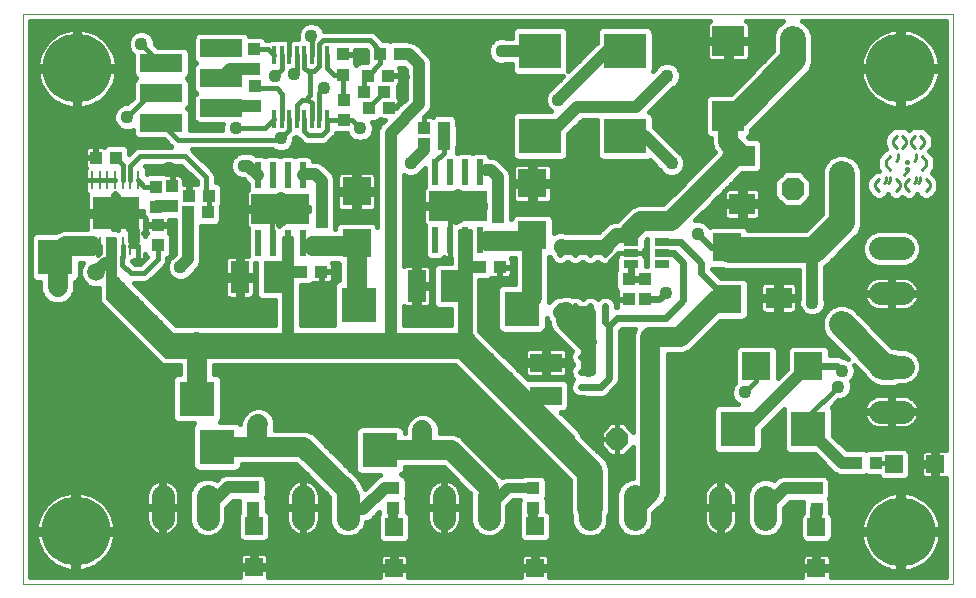
<source format=gtl>
G75*
G70*
%OFA0B0*%
%FSLAX24Y24*%
%IPPOS*%
%LPD*%
%AMOC8*
5,1,8,0,0,1.08239X$1,22.5*
%
%ADD10C,0.0000*%
%ADD11C,0.0100*%
%ADD12R,0.0197X0.0866*%
%ADD13R,0.1969X0.0984*%
%ADD14R,0.0630X0.1063*%
%ADD15R,0.0394X0.0433*%
%ADD16R,0.1181X0.1181*%
%ADD17R,0.0945X0.0945*%
%ADD18R,0.0098X0.0610*%
%ADD19R,0.1575X0.1102*%
%ADD20R,0.0433X0.0394*%
%ADD21R,0.1417X0.1181*%
%ADD22R,0.1063X0.1004*%
%ADD23R,0.0500X0.0250*%
%ADD24R,0.1063X0.0630*%
%ADD25C,0.0750*%
%ADD26R,0.0150X0.0600*%
%ADD27R,0.1409X0.0591*%
%ADD28R,0.0850X0.0701*%
%ADD29OC8,0.0760*%
%ADD30R,0.0591X0.0591*%
%ADD31C,0.0236*%
%ADD32C,0.0750*%
%ADD33OC8,0.0750*%
%ADD34C,0.2300*%
%ADD35C,0.0860*%
%ADD36C,0.0400*%
%ADD37C,0.0160*%
%ADD38C,0.0594*%
%ADD39C,0.0660*%
%ADD40C,0.0436*%
%ADD41C,0.0120*%
%ADD42C,0.0320*%
%ADD43C,0.0240*%
%ADD44C,0.0500*%
D10*
X000403Y002258D02*
X000403Y021258D01*
X031403Y021258D01*
X031403Y002258D01*
X000403Y002258D01*
D11*
X028800Y015473D02*
X028933Y015339D01*
X028800Y015473D02*
X028800Y015606D01*
X028933Y015739D01*
X029106Y015606D02*
X029173Y015673D01*
X029173Y015806D01*
X029307Y015806D02*
X029307Y015673D01*
X029240Y015606D01*
X029490Y015739D02*
X029624Y015606D01*
X029624Y015473D01*
X029490Y015339D01*
X029797Y015473D02*
X029797Y015606D01*
X029930Y015739D01*
X030104Y015606D02*
X030171Y015673D01*
X030171Y015806D01*
X030304Y015806D02*
X030304Y015673D01*
X030237Y015606D01*
X030488Y015739D02*
X030621Y015606D01*
X030621Y015473D01*
X030488Y015339D01*
X029930Y015339D02*
X029797Y015473D01*
X029755Y015894D02*
X029909Y016048D01*
X029832Y016048D01*
X029832Y016124D01*
X029909Y016124D01*
X029909Y016048D01*
X029909Y016278D02*
X029832Y016278D01*
X029832Y016355D01*
X029909Y016355D01*
X029909Y016278D01*
X030099Y016355D02*
X030176Y016431D01*
X030176Y016585D01*
X030357Y016508D02*
X030510Y016355D01*
X030510Y016201D01*
X030357Y016048D01*
X029574Y016431D02*
X029498Y016355D01*
X029574Y016431D02*
X029574Y016585D01*
X029524Y016796D02*
X029390Y016929D01*
X029390Y017063D01*
X029524Y017196D01*
X029697Y017196D02*
X029830Y017063D01*
X029830Y016929D01*
X029697Y016796D01*
X030004Y016929D02*
X030004Y017063D01*
X030137Y017196D01*
X030311Y017196D02*
X030444Y017063D01*
X030444Y016929D01*
X030311Y016796D01*
X030137Y016796D02*
X030004Y016929D01*
X029307Y016508D02*
X029154Y016355D01*
X029154Y016201D01*
X029307Y016048D01*
D12*
X015630Y015982D03*
X015130Y015982D03*
X014630Y015982D03*
X014130Y015982D03*
X014130Y013718D03*
X014630Y013718D03*
X015130Y013718D03*
X015630Y013718D03*
X009721Y013618D03*
X009221Y013618D03*
X008721Y013618D03*
X008221Y013618D03*
X008221Y015882D03*
X008721Y015882D03*
X009221Y015882D03*
X009721Y015882D03*
D13*
X008977Y014748D03*
X014886Y014848D03*
D14*
X014616Y012180D03*
X013513Y012180D03*
X008728Y012471D03*
X007626Y012471D03*
D15*
X004885Y013547D03*
X004885Y014217D03*
X005374Y014843D03*
X005902Y014649D03*
X006571Y014649D03*
X006598Y015181D03*
X005928Y015181D03*
X005374Y015512D03*
X003492Y016456D03*
X002823Y016456D03*
X010359Y014331D03*
X010359Y013662D03*
X013769Y016902D03*
X014439Y016902D03*
X014439Y017453D03*
X013769Y017453D03*
X012590Y018121D03*
X011921Y018121D03*
X011775Y018658D03*
X012444Y018658D03*
X012295Y019918D03*
X012964Y019918D03*
X016228Y014482D03*
X016228Y013813D03*
X028170Y006299D03*
X028839Y006299D03*
D16*
X026577Y007407D03*
X024215Y007407D03*
X017017Y011429D03*
X011578Y011554D03*
X006201Y008432D03*
X006854Y006829D03*
X012293Y006705D03*
X001476Y013157D03*
D17*
X011512Y013601D03*
X011512Y015333D03*
X017372Y015606D03*
X017372Y013873D03*
X023875Y013475D03*
X023875Y011743D03*
X024840Y009518D03*
X026572Y009518D03*
D18*
X004228Y013508D03*
X003972Y013508D03*
X003717Y013508D03*
X003461Y013508D03*
X003205Y013508D03*
X002949Y013508D03*
X002693Y013508D03*
X002693Y015713D03*
X002949Y015713D03*
X003205Y015713D03*
X003461Y015713D03*
X003717Y015713D03*
X003972Y015713D03*
X004228Y015713D03*
D19*
X003480Y014610D03*
D20*
X004842Y014830D03*
X004842Y015499D03*
X008126Y018186D03*
X008126Y018855D03*
X008086Y019406D03*
X008086Y020075D03*
X011075Y019901D03*
X011075Y019232D03*
X011889Y019197D03*
X012559Y019197D03*
X011086Y018390D03*
X011086Y017721D03*
X015620Y012810D03*
X016289Y012810D03*
X020579Y012409D03*
X021141Y012403D03*
X021141Y011733D03*
X020579Y011740D03*
X017396Y005454D03*
X017396Y004784D03*
X012728Y004793D03*
X012728Y005463D03*
X008065Y005468D03*
X008065Y004799D03*
X009669Y012656D03*
X010338Y012656D03*
X026846Y005434D03*
X026846Y004764D03*
D21*
X020463Y017174D03*
X017629Y017174D03*
X017629Y020009D03*
X020463Y020009D03*
D22*
X023904Y020352D03*
X023904Y017852D03*
D23*
X021693Y013651D03*
X021693Y013277D03*
X021693Y012903D03*
X020662Y012903D03*
X020662Y013277D03*
X020662Y013651D03*
D24*
X017823Y009632D03*
X017823Y008530D03*
D25*
X019291Y005168D02*
X019291Y004418D01*
X020791Y004418D02*
X020791Y005168D01*
X023641Y005165D02*
X023641Y004415D01*
X025141Y004415D02*
X025141Y005165D01*
X028967Y007991D02*
X029717Y007991D01*
X029717Y009491D02*
X028967Y009491D01*
X028967Y011933D02*
X029717Y011933D01*
X029717Y013433D02*
X028967Y013433D01*
X015926Y005180D02*
X015926Y004430D01*
X014426Y004430D02*
X014426Y005180D01*
X011224Y005168D02*
X011224Y004418D01*
X009724Y004418D02*
X009724Y005168D01*
X006553Y005180D02*
X006553Y004430D01*
X005053Y004430D02*
X005053Y005180D01*
D26*
X008770Y017764D03*
X009020Y017764D03*
X009270Y017764D03*
X009520Y017764D03*
X009770Y017764D03*
X010020Y017764D03*
X010270Y017764D03*
X010520Y017764D03*
X010520Y019882D03*
X010270Y019882D03*
X010020Y019882D03*
X009770Y019882D03*
X009520Y019882D03*
X009270Y019882D03*
X009020Y019882D03*
X008770Y019882D03*
D27*
X007010Y020113D03*
X007010Y019113D03*
X007010Y018113D03*
X005010Y017613D03*
X005010Y018613D03*
X005010Y019613D03*
D28*
X024369Y016524D03*
X024369Y014921D03*
X025580Y013387D03*
X025580Y011785D03*
D29*
X027682Y010907D03*
X026057Y015423D03*
X027682Y015907D03*
X026057Y020423D03*
D30*
X029430Y006249D03*
X030807Y006249D03*
X026844Y004153D03*
X026844Y002775D03*
X017454Y002791D03*
X017454Y004169D03*
X012756Y004158D03*
X012756Y002780D03*
X008093Y002812D03*
X008093Y004190D03*
D31*
X018996Y008825D02*
X019370Y008825D01*
X019370Y009325D02*
X018996Y009325D01*
X018996Y009825D02*
X019370Y009825D01*
X019370Y010325D02*
X018996Y010325D01*
X018802Y011130D02*
X018802Y011504D01*
X018302Y011504D02*
X018302Y011130D01*
X019302Y011130D02*
X019302Y011504D01*
X019802Y011504D02*
X019802Y011130D01*
X021122Y010325D02*
X021496Y010325D01*
X021496Y009825D02*
X021122Y009825D01*
X021122Y009325D02*
X021496Y009325D01*
X021496Y008825D02*
X021122Y008825D01*
X019802Y013256D02*
X019802Y013630D01*
X019302Y013630D02*
X019302Y013256D01*
X018802Y013256D02*
X018802Y013630D01*
X018302Y013630D02*
X018302Y013256D01*
D32*
X018203Y007079D03*
D33*
X020203Y007079D03*
D34*
X029655Y003990D03*
X029635Y019443D03*
X002194Y019435D03*
X002151Y004006D03*
D35*
X006191Y010210D02*
X006197Y010217D01*
X018203Y007079D02*
X019291Y005991D01*
X019291Y004793D01*
X027682Y010907D02*
X029098Y009491D01*
X029342Y009491D01*
X026769Y013387D02*
X025580Y013387D01*
X023963Y013387D01*
X026769Y013387D02*
X027687Y014305D01*
X027687Y015903D01*
X027682Y015907D01*
X024186Y017852D02*
X026072Y019738D01*
X026072Y020407D01*
X026057Y020423D01*
X024186Y017852D02*
X023904Y017852D01*
D36*
X024041Y017715D01*
X021860Y019187D02*
X020836Y018163D01*
X018868Y018163D01*
X017879Y017174D01*
X017629Y017174D01*
X017629Y016924D01*
X016228Y015803D02*
X015994Y016037D01*
X015836Y016037D01*
X016228Y015803D02*
X016228Y014482D01*
X015620Y012810D02*
X015205Y012810D01*
X015167Y012848D01*
X015087Y012299D02*
X015088Y012297D01*
X015088Y012061D01*
X014969Y012180D01*
X014616Y012180D01*
X012647Y010250D02*
X012687Y010210D01*
X012687Y010171D01*
X012647Y010210D01*
X012647Y010250D01*
X012647Y017297D01*
X013592Y018242D01*
X013592Y019580D01*
X013255Y019918D01*
X012964Y019918D01*
X016348Y020014D02*
X016353Y020009D01*
X017629Y020009D01*
X018238Y018399D02*
X019847Y020009D01*
X020463Y020009D01*
X020463Y017174D02*
X021117Y017174D01*
X022017Y016273D01*
X026702Y013321D02*
X026769Y013387D01*
X026702Y013321D02*
X026702Y011628D01*
X026572Y009518D02*
X024461Y007407D01*
X024215Y007407D01*
X026577Y007407D02*
X027685Y006299D01*
X028170Y006299D01*
X026846Y005434D02*
X025784Y005434D01*
X025141Y004790D01*
X026844Y004762D02*
X026844Y004153D01*
X026844Y004762D02*
X026846Y004764D01*
X012728Y005463D02*
X012467Y005463D01*
X011742Y004738D01*
X011279Y004738D01*
X011224Y004793D01*
X008065Y004799D02*
X008065Y004218D01*
X008093Y004190D01*
X007217Y005468D02*
X006553Y004805D01*
X007217Y005468D02*
X008065Y005468D01*
X008728Y012471D02*
X009002Y012471D01*
X009222Y012691D01*
X009257Y012656D01*
X009669Y012656D01*
X010359Y014331D02*
X010359Y015688D01*
X010128Y015919D01*
X009758Y015919D01*
X009721Y015882D01*
X008221Y015882D02*
X007909Y016195D01*
X007765Y016195D01*
X005902Y014649D02*
X005902Y013071D01*
X005639Y012809D01*
X004104Y013675D02*
X004104Y014029D01*
X003986Y014147D01*
X003986Y014344D01*
X004842Y014830D02*
X004854Y014843D01*
X005374Y014843D01*
X003301Y012947D02*
X003139Y012947D01*
X002844Y012651D01*
X007010Y018113D02*
X007082Y018186D01*
X008126Y018186D01*
X007010Y019113D02*
X007303Y019406D01*
X008086Y019406D01*
X013317Y016273D02*
X013769Y016726D01*
X013769Y016902D01*
X014439Y016902D02*
X014439Y017453D01*
D37*
X014879Y017478D02*
X016680Y017478D01*
X016680Y017636D02*
X014875Y017636D01*
X014875Y017717D02*
X014839Y017805D01*
X014771Y017873D01*
X014683Y017909D01*
X014194Y017909D01*
X014106Y017873D01*
X014057Y017825D01*
X014036Y017837D01*
X013990Y017849D01*
X013822Y017849D01*
X013841Y017869D01*
X013965Y017993D01*
X014032Y018154D01*
X014032Y019668D01*
X013965Y019830D01*
X013841Y019953D01*
X013628Y020167D01*
X013504Y020291D01*
X013342Y020358D01*
X013249Y020358D01*
X013209Y020374D01*
X012720Y020374D01*
X012631Y020338D01*
X012630Y020336D01*
X012628Y020338D01*
X012539Y020374D01*
X012403Y020374D01*
X012139Y020639D01*
X012021Y020688D01*
X011894Y020688D01*
X010467Y020688D01*
X010438Y020688D01*
X010398Y020785D01*
X010269Y020914D01*
X010101Y020983D01*
X009918Y020983D01*
X009750Y020914D01*
X009621Y020785D01*
X009551Y020616D01*
X009551Y020434D01*
X009556Y020422D01*
X009398Y020422D01*
X009309Y020386D01*
X009286Y020362D01*
X009270Y020362D01*
X009255Y020362D01*
X009231Y020386D01*
X009143Y020422D01*
X008898Y020422D01*
X008895Y020421D01*
X008893Y020422D01*
X008648Y020422D01*
X008582Y020395D01*
X008511Y020395D01*
X008506Y020408D01*
X008439Y020476D01*
X008350Y020512D01*
X007931Y020512D01*
X007918Y020544D01*
X007851Y020612D01*
X007762Y020648D01*
X006257Y020648D01*
X006169Y020612D01*
X006102Y020544D01*
X006065Y020456D01*
X006065Y019770D01*
X006102Y019682D01*
X006169Y019614D01*
X006172Y019613D01*
X006169Y019612D01*
X006102Y019544D01*
X006065Y019456D01*
X006065Y018770D01*
X006102Y018682D01*
X006169Y018614D01*
X006172Y018613D01*
X006169Y018612D01*
X006102Y018544D01*
X006065Y018456D01*
X006065Y017770D01*
X006102Y017682D01*
X006169Y017614D01*
X006257Y017578D01*
X007045Y017578D01*
X007032Y017546D01*
X007032Y017381D01*
X005955Y017381D01*
X005955Y017956D01*
X005918Y018044D01*
X005851Y018112D01*
X005847Y018113D01*
X005851Y018114D01*
X005918Y018182D01*
X005955Y018270D01*
X005955Y018956D01*
X005918Y019044D01*
X005851Y019112D01*
X005847Y019113D01*
X005851Y019114D01*
X005918Y019182D01*
X005955Y019270D01*
X005955Y019956D01*
X005918Y020044D01*
X005851Y020112D01*
X005762Y020148D01*
X004894Y020148D01*
X004798Y020244D01*
X004798Y020341D01*
X004729Y020509D01*
X004600Y020638D01*
X004431Y020708D01*
X004249Y020708D01*
X004081Y020638D01*
X003952Y020509D01*
X003882Y020341D01*
X003882Y020159D01*
X003952Y019990D01*
X004065Y019877D01*
X004065Y019270D01*
X004102Y019182D01*
X004169Y019114D01*
X004172Y019113D01*
X004169Y019112D01*
X004102Y019044D01*
X004065Y018956D01*
X004065Y018459D01*
X003873Y018267D01*
X003777Y018267D01*
X003608Y018197D01*
X003479Y018068D01*
X003410Y017900D01*
X003410Y017718D01*
X003479Y017549D01*
X003608Y017420D01*
X003777Y017351D01*
X003959Y017351D01*
X004065Y017395D01*
X004065Y017270D01*
X004102Y017182D01*
X004169Y017114D01*
X004257Y017078D01*
X005093Y017078D01*
X005341Y016830D01*
X004364Y016830D01*
X004237Y016830D01*
X004119Y016781D01*
X003929Y016590D01*
X003929Y016721D01*
X003892Y016809D01*
X003825Y016876D01*
X003737Y016913D01*
X003248Y016913D01*
X003159Y016876D01*
X003111Y016828D01*
X003089Y016841D01*
X003043Y016853D01*
X002841Y016853D01*
X002841Y016475D01*
X002804Y016475D01*
X002804Y016438D01*
X002446Y016438D01*
X002446Y016216D01*
X002458Y016170D01*
X002482Y016129D01*
X002494Y016118D01*
X002476Y016087D01*
X002464Y016042D01*
X002464Y015713D01*
X002692Y015713D01*
X002692Y015713D01*
X002464Y015713D01*
X002464Y015384D01*
X002476Y015338D01*
X002500Y015297D01*
X002533Y015264D01*
X002541Y015259D01*
X002525Y015231D01*
X002513Y015185D01*
X002513Y014690D01*
X003400Y014690D01*
X003400Y014530D01*
X003560Y014530D01*
X003560Y014052D01*
X003558Y014053D01*
X003548Y014053D01*
X003498Y014074D01*
X003400Y014074D01*
X003400Y014530D01*
X002513Y014530D01*
X002513Y014078D01*
X001714Y014078D01*
X001505Y013991D01*
X001501Y013987D01*
X000838Y013987D01*
X000750Y013951D01*
X000682Y013883D01*
X000646Y013795D01*
X000646Y012519D01*
X000682Y012430D01*
X000750Y012363D01*
X000838Y012326D01*
X000975Y012326D01*
X000975Y012026D01*
X001062Y011817D01*
X001222Y011656D01*
X001431Y011570D01*
X001658Y011570D01*
X001868Y011656D01*
X002028Y011817D01*
X002115Y012026D01*
X002115Y012326D01*
X002203Y012363D01*
X002270Y012430D01*
X002307Y012519D01*
X002307Y012938D01*
X002382Y012938D01*
X002307Y012758D01*
X002307Y012545D01*
X002389Y012347D01*
X002540Y012196D01*
X002737Y012114D01*
X002918Y012114D01*
X002918Y011849D01*
X002918Y011721D01*
X002966Y011604D01*
X004896Y009675D01*
X004986Y009585D01*
X005103Y009536D01*
X005631Y009536D01*
X005631Y009263D01*
X005562Y009263D01*
X005474Y009226D01*
X005407Y009159D01*
X005370Y009071D01*
X005370Y007794D01*
X005407Y007706D01*
X005474Y007638D01*
X005562Y007602D01*
X006106Y007602D01*
X006060Y007556D01*
X006023Y007468D01*
X006023Y006191D01*
X006060Y006103D01*
X006127Y006035D01*
X006215Y005999D01*
X007492Y005999D01*
X007580Y006035D01*
X007648Y006103D01*
X007684Y006191D01*
X007684Y006259D01*
X008085Y006259D01*
X008312Y006259D01*
X009493Y006259D01*
X010609Y005144D01*
X010609Y004296D01*
X010702Y004070D01*
X010875Y003897D01*
X011101Y003803D01*
X011346Y003803D01*
X011572Y003897D01*
X011745Y004070D01*
X011839Y004296D01*
X011839Y004302D01*
X011991Y004365D01*
X012115Y004489D01*
X012272Y004646D01*
X012272Y004604D01*
X012257Y004590D01*
X012221Y004501D01*
X012221Y003815D01*
X012257Y003727D01*
X012325Y003660D01*
X012413Y003623D01*
X013099Y003623D01*
X013187Y003660D01*
X013255Y003727D01*
X013291Y003815D01*
X013291Y004501D01*
X013255Y004590D01*
X013187Y004657D01*
X013185Y004658D01*
X013185Y005038D01*
X013148Y005126D01*
X013146Y005128D01*
X013148Y005130D01*
X013185Y005218D01*
X013185Y005707D01*
X013148Y005796D01*
X013081Y005863D01*
X012993Y005900D01*
X012992Y005900D01*
X013019Y005911D01*
X013087Y005978D01*
X013123Y006067D01*
X013123Y006135D01*
X013597Y006135D01*
X013824Y006135D01*
X014421Y006135D01*
X015311Y005245D01*
X015311Y004308D01*
X015404Y004081D01*
X015577Y003909D01*
X015803Y003815D01*
X016048Y003815D01*
X016274Y003909D01*
X016447Y004081D01*
X016541Y004308D01*
X016541Y004854D01*
X016740Y005054D01*
X016950Y005054D01*
X016940Y005029D01*
X016940Y004562D01*
X016919Y004512D01*
X016919Y003826D01*
X016956Y003738D01*
X017023Y003670D01*
X017111Y003634D01*
X017797Y003634D01*
X017886Y003670D01*
X017953Y003738D01*
X017990Y003826D01*
X017990Y004512D01*
X017953Y004600D01*
X017886Y004668D01*
X017853Y004681D01*
X017853Y005029D01*
X017816Y005117D01*
X017815Y005119D01*
X017816Y005121D01*
X017853Y005209D01*
X017853Y005698D01*
X017816Y005786D01*
X017749Y005854D01*
X017661Y005891D01*
X017132Y005891D01*
X017044Y005854D01*
X017044Y005854D01*
X016654Y005854D01*
X016495Y005854D01*
X016367Y005801D01*
X016238Y005930D01*
X015140Y007028D01*
X014980Y007188D01*
X014770Y007275D01*
X014280Y007275D01*
X014280Y007489D01*
X014193Y007699D01*
X014033Y007859D01*
X013824Y007946D01*
X013597Y007946D01*
X013387Y007859D01*
X013227Y007699D01*
X013140Y007489D01*
X013140Y007275D01*
X013123Y007275D01*
X013123Y007343D01*
X013087Y007431D01*
X013019Y007499D01*
X012931Y007535D01*
X011655Y007535D01*
X011566Y007499D01*
X011499Y007431D01*
X011462Y007343D01*
X011462Y006067D01*
X011499Y005978D01*
X011566Y005911D01*
X011655Y005874D01*
X012311Y005874D01*
X012217Y005836D01*
X011790Y005408D01*
X011761Y005479D01*
X011761Y005481D01*
X011674Y005691D01*
X011513Y005851D01*
X010212Y007152D01*
X010052Y007312D01*
X009843Y007399D01*
X008783Y007399D01*
X008808Y007459D01*
X008808Y007686D01*
X008721Y007895D01*
X008561Y008056D01*
X008351Y008143D01*
X008124Y008143D01*
X007915Y008056D01*
X007876Y008016D01*
X007715Y007856D01*
X007628Y007647D01*
X007628Y007575D01*
X007580Y007623D01*
X007492Y007660D01*
X006949Y007660D01*
X006995Y007706D01*
X007031Y007794D01*
X007031Y009071D01*
X006995Y009159D01*
X006927Y009226D01*
X006839Y009263D01*
X006771Y009263D01*
X006771Y009536D01*
X014798Y009536D01*
X017888Y006446D01*
X017978Y006356D01*
X018621Y005714D01*
X018621Y004660D01*
X018676Y004527D01*
X018676Y004296D01*
X018769Y004070D01*
X018942Y003897D01*
X019168Y003803D01*
X019413Y003803D01*
X019639Y003897D01*
X019812Y004070D01*
X019906Y004296D01*
X019906Y004527D01*
X019961Y004660D01*
X019961Y005858D01*
X019961Y006125D01*
X019859Y006371D01*
X019030Y007199D01*
X019030Y007203D01*
X018981Y007321D01*
X018328Y007975D01*
X018402Y007975D01*
X018491Y008011D01*
X018558Y008079D01*
X018595Y008167D01*
X018595Y008892D01*
X018558Y008981D01*
X018491Y009048D01*
X018402Y009085D01*
X017244Y009085D01*
X017225Y009077D01*
X015605Y010697D01*
X015605Y012370D01*
X015707Y012370D01*
X015715Y012374D01*
X015884Y012374D01*
X015972Y012410D01*
X016007Y012445D01*
X016049Y012434D01*
X016270Y012434D01*
X016270Y012792D01*
X016307Y012792D01*
X016307Y012434D01*
X016529Y012434D01*
X016575Y012446D01*
X016616Y012469D01*
X016650Y012503D01*
X016673Y012544D01*
X016685Y012590D01*
X016685Y012792D01*
X016308Y012792D01*
X016308Y012829D01*
X016685Y012829D01*
X016685Y013031D01*
X016673Y013077D01*
X016657Y013105D01*
X016802Y013105D01*
X016802Y012260D01*
X016379Y012260D01*
X016291Y012223D01*
X016223Y012156D01*
X016187Y012068D01*
X016187Y010791D01*
X016223Y010703D01*
X016291Y010635D01*
X016379Y010599D01*
X017656Y010599D01*
X017744Y010635D01*
X017811Y010703D01*
X017848Y010791D01*
X017848Y011125D01*
X017901Y010996D01*
X017936Y010961D01*
X017936Y010889D01*
X018023Y010679D01*
X018688Y010015D01*
X018638Y009896D01*
X018638Y009754D01*
X018693Y009622D01*
X018732Y009583D01*
X018732Y009567D01*
X018693Y009528D01*
X018638Y009396D01*
X018638Y009254D01*
X018693Y009122D01*
X018740Y009075D01*
X018426Y009075D01*
X018424Y009149D02*
X018378Y009137D01*
X017901Y009137D01*
X017901Y009554D01*
X017746Y009554D01*
X017746Y009137D01*
X017268Y009137D01*
X017222Y009149D01*
X017181Y009173D01*
X017148Y009207D01*
X017124Y009248D01*
X017112Y009293D01*
X017112Y009554D01*
X017745Y009554D01*
X017745Y009710D01*
X017112Y009710D01*
X017112Y009971D01*
X017124Y010016D01*
X017148Y010058D01*
X017181Y010091D01*
X017222Y010115D01*
X017268Y010127D01*
X017746Y010127D01*
X017746Y009710D01*
X017901Y009710D01*
X017901Y010127D01*
X018378Y010127D01*
X018424Y010115D01*
X018465Y010091D01*
X018499Y010058D01*
X018522Y010016D01*
X018535Y009971D01*
X018535Y009710D01*
X017901Y009710D01*
X017901Y009554D01*
X018535Y009554D01*
X018535Y009293D01*
X018522Y009248D01*
X018499Y009207D01*
X018465Y009173D01*
X018424Y009149D01*
X018514Y009234D02*
X018647Y009234D01*
X018638Y009392D02*
X018535Y009392D01*
X018535Y009551D02*
X018716Y009551D01*
X018657Y009709D02*
X017901Y009709D01*
X017745Y009709D02*
X016593Y009709D01*
X016752Y009551D02*
X017112Y009551D01*
X017112Y009392D02*
X016910Y009392D01*
X017069Y009234D02*
X017132Y009234D01*
X016775Y009075D02*
X015712Y009075D01*
X015870Y008916D02*
X016933Y008916D01*
X017092Y008758D02*
X016029Y008758D01*
X016187Y008599D02*
X017250Y008599D01*
X017409Y008441D02*
X016346Y008441D01*
X016504Y008282D02*
X017567Y008282D01*
X017726Y008124D02*
X016663Y008124D01*
X016822Y007965D02*
X017885Y007965D01*
X018043Y007807D02*
X016980Y007807D01*
X017139Y007648D02*
X018202Y007648D01*
X018360Y007490D02*
X017297Y007490D01*
X017456Y007331D02*
X018519Y007331D01*
X018677Y007172D02*
X017614Y007172D01*
X017773Y007014D02*
X018545Y007014D01*
X018671Y007140D02*
X018159Y006628D01*
X014931Y009856D01*
X005167Y009856D01*
X003238Y011785D01*
X003238Y013754D01*
X003435Y013754D01*
X003435Y012494D01*
X005364Y010565D01*
X009104Y010565D01*
X009104Y013793D01*
X009340Y013793D01*
X009340Y010565D01*
X014970Y010565D01*
X014970Y014029D01*
X015285Y014029D01*
X015285Y010565D01*
X018710Y007140D01*
X018671Y007140D01*
X018971Y007331D02*
X019670Y007331D01*
X019648Y007309D02*
X019648Y007079D01*
X020203Y007079D01*
X020203Y007079D01*
X020203Y007634D01*
X019973Y007634D01*
X019648Y007309D01*
X019648Y007172D02*
X019057Y007172D01*
X019216Y007014D02*
X019648Y007014D01*
X019648Y007079D02*
X019648Y006849D01*
X019973Y006524D01*
X020203Y006524D01*
X020203Y007078D01*
X020203Y007078D01*
X020203Y006524D01*
X020433Y006524D01*
X020739Y006830D01*
X020739Y005783D01*
X020668Y005783D01*
X020442Y005689D01*
X020269Y005516D01*
X020176Y005290D01*
X020176Y004296D01*
X020269Y004070D01*
X020442Y003897D01*
X020668Y003803D01*
X020913Y003803D01*
X021139Y003897D01*
X021312Y004070D01*
X021406Y004296D01*
X021406Y004602D01*
X021792Y004988D01*
X021879Y005198D01*
X021879Y005425D01*
X021879Y008710D01*
X021879Y008712D01*
X021879Y008938D01*
X021879Y008940D01*
X021879Y009916D01*
X022179Y009916D01*
X022406Y009916D01*
X022616Y010003D01*
X023643Y011030D01*
X024395Y011030D01*
X024483Y011067D01*
X024551Y011134D01*
X024587Y011222D01*
X024587Y012263D01*
X024551Y012351D01*
X024483Y012419D01*
X024395Y012455D01*
X023671Y012455D01*
X023364Y012763D01*
X023720Y012763D01*
X023829Y012717D01*
X025713Y012717D01*
X026262Y012717D01*
X026262Y011763D01*
X026244Y011719D01*
X026244Y011537D01*
X026314Y011368D01*
X026443Y011239D01*
X026611Y011170D01*
X026793Y011170D01*
X026962Y011239D01*
X027091Y011368D01*
X027160Y011537D01*
X027160Y011719D01*
X027142Y011763D01*
X027142Y012817D01*
X027148Y012819D01*
X028066Y013737D01*
X028255Y013925D01*
X028357Y014172D01*
X028357Y015769D01*
X028357Y016036D01*
X028255Y016282D01*
X028061Y016475D01*
X027941Y016525D01*
X027939Y016527D01*
X027936Y016527D01*
X027815Y016577D01*
X027549Y016577D01*
X027428Y016527D01*
X027425Y016527D01*
X027423Y016525D01*
X027302Y016475D01*
X027114Y016287D01*
X027064Y016166D01*
X027062Y016164D01*
X027062Y016161D01*
X027012Y016041D01*
X027012Y015774D01*
X027017Y015763D01*
X027017Y014582D01*
X026491Y014057D01*
X025713Y014057D01*
X024561Y014057D01*
X024551Y014083D01*
X024483Y014151D01*
X024395Y014187D01*
X023355Y014187D01*
X023278Y014156D01*
X023272Y014171D01*
X023143Y014300D01*
X022975Y014369D01*
X022809Y014369D01*
X023397Y014958D01*
X023407Y014982D01*
X023788Y015363D01*
X023776Y015341D01*
X023764Y015296D01*
X023764Y015001D01*
X024289Y015001D01*
X024289Y014841D01*
X024449Y014841D01*
X024449Y014391D01*
X024818Y014391D01*
X024864Y014403D01*
X024905Y014427D01*
X024938Y014460D01*
X024962Y014502D01*
X024974Y014547D01*
X024974Y014841D01*
X024449Y014841D01*
X024449Y015001D01*
X024974Y015001D01*
X024974Y015296D01*
X024962Y015341D01*
X024938Y015382D01*
X024905Y015416D01*
X024864Y015439D01*
X024818Y015452D01*
X024449Y015452D01*
X024449Y015002D01*
X024289Y015002D01*
X024289Y015452D01*
X023920Y015452D01*
X023874Y015439D01*
X023853Y015427D01*
X024359Y015933D01*
X024842Y015933D01*
X024930Y015970D01*
X024998Y016037D01*
X025034Y016126D01*
X025034Y016922D01*
X024998Y017010D01*
X024930Y017078D01*
X024842Y017114D01*
X024585Y017114D01*
X024558Y017141D01*
X024571Y017146D01*
X024639Y017214D01*
X024675Y017302D01*
X024675Y017393D01*
X026452Y019170D01*
X026640Y019358D01*
X026742Y019605D01*
X026742Y020274D01*
X026742Y020541D01*
X026640Y020787D01*
X026437Y020991D01*
X026371Y021018D01*
X031163Y021018D01*
X031163Y006714D01*
X031126Y006724D01*
X030875Y006724D01*
X030875Y006316D01*
X030740Y006316D01*
X030740Y006181D01*
X030875Y006181D01*
X030875Y005773D01*
X031126Y005773D01*
X031163Y005783D01*
X031163Y002498D01*
X027319Y002498D01*
X027319Y002707D01*
X026912Y002707D01*
X026912Y002843D01*
X027319Y002843D01*
X027319Y003094D01*
X027307Y003140D01*
X027283Y003181D01*
X027249Y003214D01*
X027208Y003238D01*
X027163Y003250D01*
X026911Y003250D01*
X026911Y002843D01*
X026776Y002843D01*
X026776Y003250D01*
X026525Y003250D01*
X026479Y003238D01*
X026438Y003214D01*
X026404Y003181D01*
X026381Y003140D01*
X026368Y003094D01*
X026368Y002843D01*
X026776Y002843D01*
X026776Y002707D01*
X026368Y002707D01*
X026368Y002498D01*
X017930Y002498D01*
X017930Y002723D01*
X017522Y002723D01*
X017522Y002859D01*
X017387Y002859D01*
X017387Y003266D01*
X017135Y003266D01*
X017090Y003254D01*
X017049Y003230D01*
X017015Y003197D01*
X016991Y003156D01*
X016979Y003110D01*
X016979Y002859D01*
X017386Y002859D01*
X017386Y002723D01*
X016979Y002723D01*
X016979Y002498D01*
X013231Y002498D01*
X013231Y002713D01*
X012824Y002713D01*
X012824Y002848D01*
X013231Y002848D01*
X013231Y003099D01*
X013219Y003145D01*
X013195Y003186D01*
X013162Y003220D01*
X013121Y003243D01*
X013075Y003256D01*
X012824Y003256D01*
X012824Y002848D01*
X012688Y002848D01*
X012688Y002713D01*
X012281Y002713D01*
X012281Y002498D01*
X008568Y002498D01*
X008568Y002745D01*
X008160Y002745D01*
X008160Y002880D01*
X008025Y002880D01*
X008025Y003288D01*
X007774Y003288D01*
X007728Y003275D01*
X007687Y003252D01*
X007653Y003218D01*
X007630Y003177D01*
X007617Y003131D01*
X007617Y002880D01*
X008025Y002880D01*
X008025Y002745D01*
X007617Y002745D01*
X007617Y002498D01*
X000643Y002498D01*
X000643Y021018D01*
X023297Y021018D01*
X023262Y020998D01*
X023228Y020964D01*
X023205Y020923D01*
X023192Y020877D01*
X023192Y020432D01*
X023824Y020432D01*
X023824Y020272D01*
X023192Y020272D01*
X023192Y019826D01*
X023205Y019780D01*
X023228Y019739D01*
X023262Y019706D01*
X023303Y019682D01*
X023349Y019670D01*
X023824Y019670D01*
X023824Y020272D01*
X023984Y020272D01*
X023984Y020432D01*
X024615Y020432D01*
X024615Y020877D01*
X024603Y020923D01*
X024579Y020964D01*
X024546Y020998D01*
X024511Y021018D01*
X025743Y021018D01*
X025678Y020991D01*
X025489Y020802D01*
X025439Y020681D01*
X025437Y020679D01*
X025437Y020677D01*
X025387Y020556D01*
X025387Y020289D01*
X025402Y020252D01*
X025402Y020015D01*
X023981Y018594D01*
X023325Y018594D01*
X023236Y018557D01*
X023169Y018490D01*
X023132Y018401D01*
X023132Y017302D01*
X023169Y017214D01*
X023236Y017146D01*
X023325Y017110D01*
X023334Y017110D01*
X023334Y017102D01*
X023334Y016875D01*
X023421Y016666D01*
X023450Y016637D01*
X022431Y015618D01*
X022421Y015593D01*
X021742Y014914D01*
X021107Y014914D01*
X020880Y014914D01*
X020671Y014827D01*
X020205Y014362D01*
X020069Y014362D01*
X019889Y014287D01*
X019752Y014149D01*
X019570Y013968D01*
X019422Y013968D01*
X019374Y013988D01*
X019231Y013988D01*
X019183Y013968D01*
X018922Y013968D01*
X018874Y013988D01*
X018731Y013988D01*
X018683Y013968D01*
X018509Y013968D01*
X018414Y014007D01*
X018219Y014007D01*
X018084Y013951D01*
X018084Y014394D01*
X018048Y014482D01*
X017980Y014549D01*
X017892Y014586D01*
X016851Y014586D01*
X016763Y014549D01*
X016696Y014482D01*
X016668Y014415D01*
X016668Y015715D01*
X016668Y015890D01*
X016601Y016052D01*
X016367Y016286D01*
X016243Y016410D01*
X016081Y016477D01*
X015962Y016477D01*
X015932Y016551D01*
X015864Y016619D01*
X015776Y016655D01*
X015484Y016655D01*
X015396Y016619D01*
X015380Y016603D01*
X015364Y016619D01*
X015276Y016655D01*
X014984Y016655D01*
X014896Y016619D01*
X014880Y016603D01*
X014867Y016616D01*
X014875Y016637D01*
X014875Y016807D01*
X014879Y016814D01*
X014879Y017540D01*
X014875Y017548D01*
X014875Y017717D01*
X014843Y017795D02*
X016680Y017795D01*
X016680Y017812D02*
X016680Y016536D01*
X016717Y016448D01*
X016784Y016380D01*
X016872Y016344D01*
X018385Y016344D01*
X018473Y016380D01*
X018541Y016448D01*
X018577Y016536D01*
X018577Y017251D01*
X019050Y017723D01*
X019515Y017723D01*
X019515Y016536D01*
X019551Y016448D01*
X019619Y016380D01*
X019707Y016344D01*
X021220Y016344D01*
X021294Y016374D01*
X021611Y016058D01*
X021629Y016014D01*
X021758Y015885D01*
X021926Y015815D01*
X022108Y015815D01*
X022277Y015885D01*
X022406Y016014D01*
X022475Y016182D01*
X022475Y016364D01*
X022406Y016533D01*
X022277Y016662D01*
X022233Y016680D01*
X021490Y017423D01*
X021412Y017501D01*
X021412Y017812D01*
X021375Y017901D01*
X021308Y017968D01*
X021276Y017981D01*
X022076Y018780D01*
X022119Y018798D01*
X022248Y018927D01*
X022318Y019096D01*
X022318Y019278D01*
X022248Y019446D01*
X022119Y019575D01*
X021951Y019645D01*
X021769Y019645D01*
X021600Y019575D01*
X021471Y019446D01*
X021453Y019403D01*
X021405Y019355D01*
X021412Y019371D01*
X021412Y020647D01*
X021375Y020735D01*
X021308Y020803D01*
X021220Y020839D01*
X019707Y020839D01*
X019619Y020803D01*
X019551Y020735D01*
X019515Y020647D01*
X019515Y020299D01*
X019474Y020258D01*
X018571Y019354D01*
X018577Y019371D01*
X018577Y020647D01*
X018541Y020735D01*
X018473Y020803D01*
X018385Y020839D01*
X016872Y020839D01*
X016784Y020803D01*
X016717Y020735D01*
X016680Y020647D01*
X016680Y020449D01*
X016494Y020449D01*
X016439Y020472D01*
X016257Y020472D01*
X016089Y020402D01*
X015960Y020273D01*
X015890Y020105D01*
X015890Y019922D01*
X015960Y019754D01*
X016089Y019625D01*
X016257Y019555D01*
X016439Y019555D01*
X016471Y019569D01*
X016680Y019569D01*
X016680Y019371D01*
X016717Y019282D01*
X016784Y019215D01*
X016872Y019178D01*
X018385Y019178D01*
X018401Y019185D01*
X018022Y018806D01*
X017978Y018788D01*
X017849Y018659D01*
X017780Y018490D01*
X017780Y018308D01*
X017849Y018140D01*
X017978Y018011D01*
X017994Y018005D01*
X016872Y018005D01*
X016784Y017968D01*
X016717Y017901D01*
X016680Y017812D01*
X016769Y017953D02*
X013926Y017953D01*
X014015Y018112D02*
X017877Y018112D01*
X017795Y018271D02*
X014032Y018271D01*
X014032Y018429D02*
X017780Y018429D01*
X017820Y018588D02*
X014032Y018588D01*
X014032Y018746D02*
X017937Y018746D01*
X018121Y018905D02*
X014032Y018905D01*
X014032Y019063D02*
X018279Y019063D01*
X018577Y019380D02*
X018597Y019380D01*
X018577Y019539D02*
X018755Y019539D01*
X018914Y019697D02*
X018577Y019697D01*
X018577Y019856D02*
X019072Y019856D01*
X019231Y020014D02*
X018577Y020014D01*
X018577Y020173D02*
X019389Y020173D01*
X019515Y020332D02*
X018577Y020332D01*
X018577Y020490D02*
X019515Y020490D01*
X019515Y020649D02*
X018577Y020649D01*
X018463Y020807D02*
X019629Y020807D01*
X021297Y020807D02*
X023192Y020807D01*
X023192Y020649D02*
X021411Y020649D01*
X021412Y020490D02*
X023192Y020490D01*
X023192Y020173D02*
X021412Y020173D01*
X021412Y020014D02*
X023192Y020014D01*
X023192Y019856D02*
X021412Y019856D01*
X021412Y019697D02*
X023276Y019697D01*
X023824Y019697D02*
X023984Y019697D01*
X023984Y019670D02*
X024459Y019670D01*
X024505Y019682D01*
X024546Y019706D01*
X024579Y019739D01*
X024603Y019780D01*
X024615Y019826D01*
X024615Y020272D01*
X023984Y020272D01*
X023984Y019670D01*
X023984Y019856D02*
X023824Y019856D01*
X023824Y020014D02*
X023984Y020014D01*
X023984Y020173D02*
X023824Y020173D01*
X023824Y020332D02*
X021412Y020332D01*
X021412Y019539D02*
X021564Y019539D01*
X021431Y019380D02*
X021412Y019380D01*
X022156Y019539D02*
X024926Y019539D01*
X025084Y019697D02*
X024531Y019697D01*
X024615Y019856D02*
X025243Y019856D01*
X025402Y020014D02*
X024615Y020014D01*
X024615Y020173D02*
X025402Y020173D01*
X025387Y020332D02*
X023984Y020332D01*
X024615Y020490D02*
X025387Y020490D01*
X025426Y020649D02*
X024615Y020649D01*
X024615Y020807D02*
X025494Y020807D01*
X025653Y020966D02*
X024578Y020966D01*
X023230Y020966D02*
X010143Y020966D01*
X009876Y020966D02*
X000643Y020966D01*
X000643Y020807D02*
X009643Y020807D01*
X009565Y020649D02*
X004574Y020649D01*
X004736Y020490D02*
X006079Y020490D01*
X006065Y020332D02*
X004798Y020332D01*
X004869Y020173D02*
X006065Y020173D01*
X006065Y020014D02*
X005930Y020014D01*
X005955Y019856D02*
X006065Y019856D01*
X006095Y019697D02*
X005955Y019697D01*
X005955Y019539D02*
X006099Y019539D01*
X006065Y019380D02*
X005955Y019380D01*
X005934Y019222D02*
X006065Y019222D01*
X006065Y019063D02*
X005899Y019063D01*
X005955Y018905D02*
X006065Y018905D01*
X006075Y018746D02*
X005955Y018746D01*
X005955Y018588D02*
X006145Y018588D01*
X006065Y018429D02*
X005955Y018429D01*
X005955Y018271D02*
X006065Y018271D01*
X006065Y018112D02*
X005850Y018112D01*
X005955Y017953D02*
X006065Y017953D01*
X006065Y017795D02*
X005955Y017795D01*
X005955Y017636D02*
X006147Y017636D01*
X005955Y017478D02*
X007032Y017478D01*
X007490Y017454D02*
X008460Y017454D01*
X008770Y017764D01*
X009020Y017764D02*
X009025Y017769D01*
X009025Y018596D01*
X008845Y018776D01*
X008204Y018776D01*
X008126Y018855D01*
X008789Y019187D02*
X009020Y019418D01*
X009020Y019882D01*
X008770Y019882D02*
X008577Y020075D01*
X008086Y020075D01*
X008404Y020490D02*
X009551Y020490D01*
X009270Y020398D02*
X009261Y020407D01*
X009270Y020398D02*
X009270Y019882D01*
X009520Y019882D02*
X009520Y019367D01*
X009419Y019266D01*
X009770Y019465D02*
X009891Y019344D01*
X009970Y019344D01*
X009970Y018557D01*
X009813Y018399D01*
X009891Y018399D01*
X010020Y018270D01*
X010020Y017764D01*
X009773Y017761D02*
X009773Y017336D01*
X009891Y017218D01*
X010364Y017218D01*
X010520Y017375D01*
X010520Y017764D01*
X010564Y017721D01*
X011086Y017721D01*
X011357Y017721D01*
X011624Y017454D01*
X012044Y017636D02*
X012364Y017636D01*
X012370Y017724D02*
X012453Y017724D01*
X012274Y017546D01*
X012207Y017385D01*
X012207Y017209D01*
X012207Y014162D01*
X012188Y014209D01*
X012120Y014277D01*
X012032Y014313D01*
X010992Y014313D01*
X010903Y014277D01*
X010836Y014209D01*
X010799Y014121D01*
X010799Y014087D01*
X010796Y014087D01*
X010796Y014236D01*
X010799Y014243D01*
X010799Y015600D01*
X010799Y015775D01*
X010732Y015937D01*
X010501Y016168D01*
X010377Y016292D01*
X010215Y016359D01*
X010060Y016359D01*
X010060Y016363D01*
X010023Y016451D01*
X009956Y016519D01*
X009867Y016555D01*
X009575Y016555D01*
X009487Y016519D01*
X009471Y016503D01*
X009456Y016519D01*
X009367Y016555D01*
X009075Y016555D01*
X008987Y016519D01*
X008971Y016503D01*
X008956Y016519D01*
X008867Y016555D01*
X008575Y016555D01*
X008487Y016519D01*
X008471Y016503D01*
X008456Y016519D01*
X008367Y016555D01*
X008170Y016555D01*
X008158Y016568D01*
X007996Y016635D01*
X007900Y016635D01*
X007856Y016653D01*
X007674Y016653D01*
X007506Y016583D01*
X007377Y016454D01*
X007307Y016286D01*
X007307Y016104D01*
X007377Y015935D01*
X007506Y015806D01*
X007674Y015737D01*
X007744Y015737D01*
X007883Y015598D01*
X007883Y015401D01*
X007888Y015388D01*
X007882Y015384D01*
X007849Y015351D01*
X007825Y015310D01*
X007813Y015264D01*
X007813Y014828D01*
X008897Y014828D01*
X008897Y014668D01*
X009057Y014668D01*
X009057Y014284D01*
X008987Y014255D01*
X008928Y014196D01*
X008897Y014214D01*
X008897Y014668D01*
X007813Y014668D01*
X007813Y014232D01*
X007825Y014187D01*
X007849Y014146D01*
X007882Y014112D01*
X007887Y014109D01*
X007883Y014099D01*
X007883Y013182D01*
X007703Y013182D01*
X007703Y012549D01*
X007548Y012549D01*
X007548Y013182D01*
X007287Y013182D01*
X007242Y013170D01*
X007200Y013147D01*
X007167Y013113D01*
X007143Y013072D01*
X007131Y013026D01*
X007131Y012549D01*
X007548Y012549D01*
X007548Y012393D01*
X007703Y012393D01*
X007703Y011760D01*
X007965Y011760D01*
X008010Y011772D01*
X008051Y011795D01*
X008085Y011829D01*
X008109Y011870D01*
X008121Y011916D01*
X008121Y012393D01*
X007704Y012393D01*
X007704Y012549D01*
X008121Y012549D01*
X008121Y012945D01*
X008173Y012945D01*
X008173Y011892D01*
X008210Y011804D01*
X008277Y011736D01*
X008366Y011700D01*
X008784Y011700D01*
X008784Y010885D01*
X006335Y010885D01*
X006330Y010887D01*
X006064Y010887D01*
X006059Y010885D01*
X005496Y010885D01*
X004089Y012292D01*
X004483Y012292D01*
X004600Y012341D01*
X004690Y012431D01*
X005156Y012897D01*
X005205Y013014D01*
X005205Y013122D01*
X005218Y013127D01*
X005285Y013195D01*
X005322Y013283D01*
X005322Y013812D01*
X005285Y013900D01*
X005251Y013935D01*
X005262Y013976D01*
X005262Y014198D01*
X004904Y014198D01*
X004904Y014235D01*
X005262Y014235D01*
X005262Y014386D01*
X005462Y014386D01*
X005462Y013253D01*
X005424Y013215D01*
X005380Y013197D01*
X005286Y013197D01*
X005380Y013197D02*
X005251Y013068D01*
X005181Y012900D01*
X005181Y012718D01*
X005251Y012549D01*
X005380Y012420D01*
X005548Y012351D01*
X005730Y012351D01*
X005899Y012420D01*
X006028Y012549D01*
X006046Y012593D01*
X006275Y012822D01*
X006342Y012983D01*
X006342Y013159D01*
X006342Y014192D01*
X006815Y014192D01*
X006904Y014229D01*
X006971Y014296D01*
X007008Y014385D01*
X007008Y014852D01*
X007034Y014917D01*
X007034Y015446D01*
X006998Y015534D01*
X006930Y015601D01*
X006842Y015638D01*
X006825Y015638D01*
X006825Y015865D01*
X006777Y015982D01*
X006687Y016072D01*
X006068Y016691D01*
X006018Y016741D01*
X008697Y016741D01*
X008726Y016712D01*
X008895Y016642D01*
X009077Y016642D01*
X009245Y016712D01*
X009374Y016841D01*
X009444Y017009D01*
X009444Y017106D01*
X009447Y017108D01*
X009499Y017161D01*
X009500Y017161D01*
X009499Y017161D02*
X009502Y017155D01*
X009620Y017037D01*
X009710Y016947D01*
X009828Y016898D01*
X010300Y016898D01*
X010427Y016898D01*
X010545Y016947D01*
X010702Y017103D01*
X010792Y017193D01*
X010829Y017284D01*
X011198Y017284D01*
X011235Y017195D01*
X011364Y017066D01*
X011532Y016996D01*
X011715Y016996D01*
X011883Y017066D01*
X012012Y017195D01*
X012082Y017363D01*
X012082Y017546D01*
X012032Y017664D01*
X012165Y017664D01*
X012254Y017701D01*
X012302Y017749D01*
X012324Y017737D01*
X012370Y017724D01*
X012246Y017478D02*
X012082Y017478D01*
X012063Y017319D02*
X012207Y017319D01*
X012207Y017161D02*
X011978Y017161D01*
X012207Y017002D02*
X011729Y017002D01*
X011518Y017002D02*
X010600Y017002D01*
X010759Y017161D02*
X011269Y017161D01*
X012207Y016844D02*
X009375Y016844D01*
X009441Y017002D02*
X009655Y017002D01*
X009265Y017380D02*
X009265Y017759D01*
X009270Y017764D01*
X009517Y017767D02*
X009520Y017764D01*
X009517Y017767D02*
X009517Y018222D01*
X009694Y018399D01*
X009813Y018399D01*
X010270Y018621D02*
X010443Y018793D01*
X010270Y018621D02*
X010270Y017764D01*
X009773Y017761D02*
X009770Y017764D01*
X009265Y017380D02*
X008986Y017100D01*
X008946Y017061D01*
X005562Y017061D01*
X005010Y017613D01*
X005168Y017002D02*
X000643Y017002D01*
X000643Y016844D02*
X002568Y016844D01*
X002556Y016841D02*
X002515Y016817D01*
X002482Y016784D01*
X002458Y016742D01*
X002446Y016697D01*
X002446Y016475D01*
X002804Y016475D01*
X002804Y016853D01*
X002602Y016853D01*
X002556Y016841D01*
X002446Y016685D02*
X000643Y016685D01*
X000643Y016527D02*
X002446Y016527D01*
X002446Y016368D02*
X000643Y016368D01*
X000643Y016209D02*
X002448Y016209D01*
X002466Y016051D02*
X000643Y016051D01*
X000643Y015892D02*
X002464Y015892D01*
X002464Y015734D02*
X000643Y015734D01*
X000643Y015575D02*
X002464Y015575D01*
X002464Y015417D02*
X000643Y015417D01*
X000643Y015258D02*
X002541Y015258D01*
X002513Y015100D02*
X000643Y015100D01*
X000643Y014941D02*
X002513Y014941D01*
X002513Y014783D02*
X000643Y014783D01*
X000643Y014624D02*
X003400Y014624D01*
X003400Y014691D02*
X003400Y015228D01*
X003460Y015228D01*
X003460Y015280D01*
X003461Y015279D01*
X003461Y015228D01*
X003508Y015228D01*
X003531Y015204D01*
X003560Y015192D01*
X003560Y014691D01*
X003400Y014691D01*
X003400Y014783D02*
X003560Y014783D01*
X003560Y014690D02*
X004385Y014690D01*
X004385Y014585D01*
X004408Y014530D01*
X003560Y014530D01*
X003560Y014690D01*
X003560Y014624D02*
X004385Y014624D01*
X004448Y014471D02*
X004489Y014430D01*
X004508Y014422D01*
X004508Y014235D01*
X004866Y014235D01*
X004866Y014198D01*
X004508Y014198D01*
X004508Y013976D01*
X004519Y013935D01*
X004485Y013900D01*
X004458Y013834D01*
X004458Y013837D01*
X004445Y013883D01*
X004422Y013924D01*
X004404Y013941D01*
X004412Y013949D01*
X004435Y013990D01*
X004508Y013990D01*
X004435Y013990D02*
X004448Y014035D01*
X004448Y014471D01*
X004448Y014465D02*
X004454Y014465D01*
X004448Y014307D02*
X004508Y014307D01*
X004508Y014148D02*
X004448Y014148D01*
X003560Y014148D02*
X003400Y014148D01*
X003400Y014307D02*
X003560Y014307D01*
X003560Y014465D02*
X003400Y014465D01*
X003400Y014941D02*
X003560Y014941D01*
X003560Y015100D02*
X003400Y015100D01*
X003460Y015258D02*
X003461Y015258D01*
X003461Y015713D02*
X003205Y015713D01*
X003204Y015713D02*
X003204Y015713D01*
X003178Y015713D01*
X002949Y015713D01*
X002949Y015713D01*
X003178Y015713D01*
X003204Y015713D01*
X002948Y015713D02*
X002922Y015713D01*
X002693Y015713D01*
X002693Y015713D01*
X002922Y015713D01*
X002948Y015713D01*
X002948Y015713D01*
X003717Y015713D02*
X003717Y016232D01*
X003492Y016456D01*
X002841Y016527D02*
X002804Y016527D01*
X002804Y016685D02*
X002841Y016685D01*
X002841Y016844D02*
X002804Y016844D01*
X003078Y016844D02*
X003127Y016844D01*
X003858Y016844D02*
X005327Y016844D01*
X005797Y016510D02*
X004301Y016510D01*
X003972Y016181D01*
X003972Y015713D01*
X004228Y015713D02*
X004442Y015499D01*
X004842Y015499D01*
X004363Y015578D02*
X004228Y015713D01*
X004518Y015911D02*
X004518Y016066D01*
X004481Y016154D01*
X004445Y016190D01*
X005664Y016190D01*
X006186Y015668D01*
X006186Y015568D01*
X006149Y015578D01*
X005947Y015578D01*
X005947Y015200D01*
X005910Y015200D01*
X005910Y015578D01*
X005751Y015578D01*
X005751Y015752D01*
X005739Y015798D01*
X005715Y015839D01*
X005681Y015873D01*
X005640Y015896D01*
X005595Y015908D01*
X005392Y015908D01*
X005392Y015531D01*
X005356Y015531D01*
X005356Y015908D01*
X005173Y015908D01*
X005106Y015936D01*
X004577Y015936D01*
X004518Y015911D01*
X004518Y016051D02*
X005803Y016051D01*
X005647Y015892D02*
X005961Y015892D01*
X006120Y015734D02*
X005751Y015734D01*
X005910Y015575D02*
X005947Y015575D01*
X005947Y015417D02*
X005910Y015417D01*
X005910Y015258D02*
X005947Y015258D01*
X006158Y015575D02*
X006186Y015575D01*
X006506Y015801D02*
X006506Y015273D01*
X006598Y015181D01*
X006598Y014676D01*
X006571Y014649D01*
X006975Y014307D02*
X007813Y014307D01*
X007813Y014465D02*
X007008Y014465D01*
X007008Y014624D02*
X007813Y014624D01*
X007813Y014941D02*
X007034Y014941D01*
X007034Y015100D02*
X007813Y015100D01*
X007813Y015258D02*
X007034Y015258D01*
X007034Y015417D02*
X007883Y015417D01*
X007883Y015575D02*
X006956Y015575D01*
X006825Y015734D02*
X007747Y015734D01*
X007420Y015892D02*
X006814Y015892D01*
X006708Y016051D02*
X007329Y016051D01*
X007307Y016209D02*
X006550Y016209D01*
X006391Y016368D02*
X007341Y016368D01*
X007449Y016527D02*
X006232Y016527D01*
X006074Y016685D02*
X008791Y016685D01*
X008936Y016527D02*
X009006Y016527D01*
X009181Y016685D02*
X012207Y016685D01*
X012207Y016527D02*
X009936Y016527D01*
X010058Y016368D02*
X012207Y016368D01*
X012207Y016209D02*
X010459Y016209D01*
X010618Y016051D02*
X012207Y016051D01*
X012095Y015950D02*
X012054Y015973D01*
X012008Y015986D01*
X011592Y015986D01*
X011592Y015413D01*
X012164Y015413D01*
X012164Y015829D01*
X012152Y015875D01*
X012128Y015916D01*
X012095Y015950D01*
X012142Y015892D02*
X012207Y015892D01*
X012207Y015734D02*
X012164Y015734D01*
X012164Y015575D02*
X012207Y015575D01*
X012207Y015417D02*
X012164Y015417D01*
X012164Y015253D02*
X011592Y015253D01*
X011592Y015413D01*
X011432Y015413D01*
X011432Y015986D01*
X011016Y015986D01*
X010970Y015973D01*
X010929Y015950D01*
X010895Y015916D01*
X010872Y015875D01*
X010859Y015829D01*
X010859Y015413D01*
X011432Y015413D01*
X011432Y015253D01*
X011592Y015253D01*
X011592Y014681D01*
X012008Y014681D01*
X012054Y014693D01*
X012095Y014717D01*
X012128Y014750D01*
X012152Y014791D01*
X012164Y014837D01*
X012164Y015253D01*
X012207Y015258D02*
X011592Y015258D01*
X011592Y015100D02*
X011432Y015100D01*
X011432Y015253D02*
X011432Y014681D01*
X011016Y014681D01*
X010970Y014693D01*
X010929Y014717D01*
X010895Y014750D01*
X010872Y014791D01*
X010859Y014837D01*
X010859Y015253D01*
X011432Y015253D01*
X011432Y015258D02*
X010799Y015258D01*
X010799Y015100D02*
X010859Y015100D01*
X010859Y014941D02*
X010799Y014941D01*
X010799Y014783D02*
X010877Y014783D01*
X010799Y014624D02*
X012207Y014624D01*
X012207Y014465D02*
X010799Y014465D01*
X010799Y014307D02*
X010976Y014307D01*
X010811Y014148D02*
X010796Y014148D01*
X010359Y013662D02*
X010443Y013578D01*
X010443Y013517D01*
X010049Y013517D02*
X009822Y013517D01*
X009721Y013618D01*
X009340Y013673D02*
X009104Y013673D01*
X009104Y013514D02*
X009340Y013514D01*
X009340Y013356D02*
X009104Y013356D01*
X009104Y013197D02*
X009340Y013197D01*
X009340Y013039D02*
X009104Y013039D01*
X009104Y012880D02*
X009340Y012880D01*
X009340Y012721D02*
X009104Y012721D01*
X009104Y012563D02*
X009340Y012563D01*
X009340Y012404D02*
X009104Y012404D01*
X009104Y012246D02*
X009340Y012246D01*
X009340Y012087D02*
X009104Y012087D01*
X009104Y011929D02*
X009340Y011929D01*
X009340Y011770D02*
X009104Y011770D01*
X009104Y011612D02*
X009340Y011612D01*
X009340Y011453D02*
X009104Y011453D01*
X009104Y011295D02*
X009340Y011295D01*
X009340Y011136D02*
X009104Y011136D01*
X009104Y010978D02*
X009340Y010978D01*
X009340Y010819D02*
X009104Y010819D01*
X009104Y010660D02*
X009340Y010660D01*
X009660Y010885D02*
X009660Y012216D01*
X009756Y012216D01*
X009764Y012219D01*
X009933Y012219D01*
X010021Y012256D01*
X010056Y012290D01*
X010098Y012279D01*
X010319Y012279D01*
X010319Y012637D01*
X010356Y012637D01*
X010356Y012279D01*
X010578Y012279D01*
X010624Y012291D01*
X010665Y012315D01*
X010698Y012349D01*
X010722Y012390D01*
X010734Y012435D01*
X010734Y012638D01*
X010356Y012638D01*
X010356Y012674D01*
X010734Y012674D01*
X010734Y012877D01*
X010722Y012922D01*
X010708Y012947D01*
X010881Y012947D01*
X010903Y012925D01*
X010942Y012909D01*
X010942Y012384D01*
X010940Y012384D01*
X010851Y012348D01*
X010784Y012280D01*
X010747Y012192D01*
X010747Y010915D01*
X010760Y010885D01*
X009660Y010885D01*
X009660Y010978D02*
X010747Y010978D01*
X010747Y011136D02*
X009660Y011136D01*
X009660Y011295D02*
X010747Y011295D01*
X010747Y011453D02*
X009660Y011453D01*
X009660Y011612D02*
X010747Y011612D01*
X010747Y011770D02*
X009660Y011770D01*
X009660Y011929D02*
X010747Y011929D01*
X010747Y012087D02*
X009660Y012087D01*
X009997Y012246D02*
X010770Y012246D01*
X010726Y012404D02*
X010942Y012404D01*
X010942Y012563D02*
X010734Y012563D01*
X010734Y012721D02*
X010942Y012721D01*
X010942Y012880D02*
X010733Y012880D01*
X010356Y012563D02*
X010319Y012563D01*
X010319Y012404D02*
X010356Y012404D01*
X008784Y011612D02*
X004769Y011612D01*
X004611Y011770D02*
X007247Y011770D01*
X007242Y011772D02*
X007287Y011760D01*
X007548Y011760D01*
X007548Y012393D01*
X007131Y012393D01*
X007131Y011916D01*
X007143Y011870D01*
X007167Y011829D01*
X007200Y011795D01*
X007242Y011772D01*
X007131Y011929D02*
X004452Y011929D01*
X004294Y012087D02*
X007131Y012087D01*
X007131Y012246D02*
X004135Y012246D01*
X003841Y012087D02*
X003238Y012087D01*
X003238Y011929D02*
X004000Y011929D01*
X004158Y011770D02*
X003253Y011770D01*
X003411Y011612D02*
X004317Y011612D01*
X004475Y011453D02*
X003570Y011453D01*
X003728Y011295D02*
X004634Y011295D01*
X004792Y011136D02*
X003887Y011136D01*
X004045Y010978D02*
X004951Y010978D01*
X005110Y010819D02*
X004204Y010819D01*
X004363Y010660D02*
X005268Y010660D01*
X005404Y010978D02*
X008784Y010978D01*
X008784Y011136D02*
X005245Y011136D01*
X005086Y011295D02*
X008784Y011295D01*
X008784Y011453D02*
X004928Y011453D01*
X004664Y012404D02*
X005419Y012404D01*
X005245Y012563D02*
X004822Y012563D01*
X004981Y012721D02*
X005181Y012721D01*
X005181Y012880D02*
X005140Y012880D01*
X005205Y013039D02*
X005239Y013039D01*
X005322Y013356D02*
X005462Y013356D01*
X005462Y013514D02*
X005322Y013514D01*
X005322Y013673D02*
X005462Y013673D01*
X005462Y013831D02*
X005314Y013831D01*
X005262Y013990D02*
X005462Y013990D01*
X005462Y014148D02*
X005262Y014148D01*
X005262Y014307D02*
X005462Y014307D01*
X006342Y014148D02*
X007847Y014148D01*
X007883Y013990D02*
X006342Y013990D01*
X006342Y013831D02*
X007883Y013831D01*
X007883Y013673D02*
X006342Y013673D01*
X006342Y013514D02*
X007883Y013514D01*
X007883Y013356D02*
X006342Y013356D01*
X006342Y013197D02*
X007883Y013197D01*
X007703Y013039D02*
X007548Y013039D01*
X007548Y012880D02*
X007703Y012880D01*
X007703Y012721D02*
X007548Y012721D01*
X007548Y012563D02*
X007703Y012563D01*
X007704Y012404D02*
X008173Y012404D01*
X008173Y012246D02*
X008121Y012246D01*
X008121Y012087D02*
X008173Y012087D01*
X008173Y011929D02*
X008121Y011929D01*
X008005Y011770D02*
X008243Y011770D01*
X007703Y011770D02*
X007548Y011770D01*
X007548Y011929D02*
X007703Y011929D01*
X007703Y012087D02*
X007548Y012087D01*
X007548Y012246D02*
X007703Y012246D01*
X007548Y012404D02*
X005860Y012404D01*
X006033Y012563D02*
X007131Y012563D01*
X007131Y012721D02*
X006174Y012721D01*
X006299Y012880D02*
X007131Y012880D01*
X007134Y013039D02*
X006342Y013039D01*
X004885Y013078D02*
X004419Y012612D01*
X003986Y012612D01*
X003710Y012888D01*
X003710Y013147D01*
X003717Y013154D01*
X003717Y013508D01*
X003972Y013508D02*
X004228Y013508D01*
X004229Y013508D01*
X004229Y013023D01*
X004301Y013023D01*
X004347Y013035D01*
X004388Y013059D01*
X004422Y013092D01*
X004445Y013133D01*
X004458Y013179D01*
X004458Y013261D01*
X004485Y013195D01*
X004517Y013163D01*
X004286Y012932D01*
X004118Y012932D01*
X004030Y013020D01*
X004030Y013023D01*
X004045Y013023D01*
X004091Y013035D01*
X004100Y013041D01*
X004110Y013035D01*
X004155Y013023D01*
X004228Y013023D01*
X004228Y013508D01*
X004228Y013356D02*
X004229Y013356D01*
X004228Y013197D02*
X004229Y013197D01*
X004228Y013039D02*
X004229Y013039D01*
X004353Y013039D02*
X004393Y013039D01*
X004458Y013197D02*
X004484Y013197D01*
X004104Y013039D02*
X004097Y013039D01*
X003435Y013039D02*
X003238Y013039D01*
X003238Y013197D02*
X003435Y013197D01*
X003435Y013356D02*
X003238Y013356D01*
X003238Y013514D02*
X003435Y013514D01*
X003435Y013673D02*
X003238Y013673D01*
X002949Y013508D02*
X002949Y013268D01*
X002883Y013203D01*
X002883Y013317D01*
X002693Y013508D01*
X002513Y014148D02*
X000643Y014148D01*
X000643Y013990D02*
X001503Y013990D01*
X000661Y013831D02*
X000643Y013831D01*
X000643Y013673D02*
X000646Y013673D01*
X000643Y013514D02*
X000646Y013514D01*
X000643Y013356D02*
X000646Y013356D01*
X000643Y013197D02*
X000646Y013197D01*
X000643Y013039D02*
X000646Y013039D01*
X000643Y012880D02*
X000646Y012880D01*
X000643Y012721D02*
X000646Y012721D01*
X000643Y012563D02*
X000646Y012563D01*
X000643Y012404D02*
X000708Y012404D01*
X000643Y012246D02*
X000975Y012246D01*
X000975Y012087D02*
X000643Y012087D01*
X000643Y011929D02*
X001015Y011929D01*
X001108Y011770D02*
X000643Y011770D01*
X000643Y011612D02*
X001330Y011612D01*
X001760Y011612D02*
X002963Y011612D01*
X002918Y011770D02*
X001982Y011770D01*
X002075Y011929D02*
X002918Y011929D01*
X002918Y012087D02*
X002115Y012087D01*
X002115Y012246D02*
X002490Y012246D01*
X002365Y012404D02*
X002244Y012404D01*
X002307Y012563D02*
X002307Y012563D01*
X002307Y012721D02*
X002307Y012721D01*
X002307Y012880D02*
X002358Y012880D01*
X003238Y012880D02*
X003435Y012880D01*
X003435Y012721D02*
X003238Y012721D01*
X003238Y012563D02*
X003435Y012563D01*
X003524Y012404D02*
X003238Y012404D01*
X003238Y012246D02*
X003683Y012246D01*
X003117Y011453D02*
X000643Y011453D01*
X000643Y011295D02*
X003276Y011295D01*
X003434Y011136D02*
X000643Y011136D01*
X000643Y010978D02*
X003593Y010978D01*
X003751Y010819D02*
X000643Y010819D01*
X000643Y010660D02*
X003910Y010660D01*
X004069Y010502D02*
X000643Y010502D01*
X000643Y010343D02*
X004227Y010343D01*
X004386Y010185D02*
X000643Y010185D01*
X000643Y010026D02*
X004544Y010026D01*
X004703Y009868D02*
X000643Y009868D01*
X000643Y009709D02*
X004861Y009709D01*
X005068Y009551D02*
X000643Y009551D01*
X000643Y009392D02*
X005631Y009392D01*
X005491Y009234D02*
X000643Y009234D01*
X000643Y009075D02*
X005372Y009075D01*
X005370Y008916D02*
X000643Y008916D01*
X000643Y008758D02*
X005370Y008758D01*
X005370Y008599D02*
X000643Y008599D01*
X000643Y008441D02*
X005370Y008441D01*
X005370Y008282D02*
X000643Y008282D01*
X000643Y008124D02*
X005370Y008124D01*
X005370Y007965D02*
X000643Y007965D01*
X000643Y007807D02*
X005370Y007807D01*
X005465Y007648D02*
X000643Y007648D01*
X000643Y007490D02*
X006032Y007490D01*
X006023Y007331D02*
X000643Y007331D01*
X000643Y007172D02*
X006023Y007172D01*
X006023Y007014D02*
X000643Y007014D01*
X000643Y006855D02*
X006023Y006855D01*
X006023Y006697D02*
X000643Y006697D01*
X000643Y006538D02*
X006023Y006538D01*
X006023Y006380D02*
X000643Y006380D01*
X000643Y006221D02*
X006023Y006221D01*
X006100Y006063D02*
X000643Y006063D01*
X000643Y005904D02*
X007119Y005904D01*
X007129Y005908D02*
X006967Y005841D01*
X006849Y005723D01*
X006675Y005795D01*
X006431Y005795D01*
X006205Y005701D01*
X006032Y005528D01*
X005938Y005302D01*
X005938Y004308D01*
X006032Y004081D01*
X006205Y003909D01*
X006431Y003815D01*
X006675Y003815D01*
X006901Y003909D01*
X007074Y004081D01*
X007168Y004308D01*
X007168Y004798D01*
X007399Y005028D01*
X007608Y005028D01*
X007608Y004636D01*
X007168Y004636D01*
X007168Y004794D02*
X007608Y004794D01*
X007608Y004636D02*
X007594Y004622D01*
X007557Y004533D01*
X007557Y003847D01*
X007594Y003759D01*
X007661Y003692D01*
X007749Y003655D01*
X008436Y003655D01*
X008524Y003692D01*
X008591Y003759D01*
X008628Y003847D01*
X008628Y004533D01*
X008591Y004622D01*
X008524Y004689D01*
X008521Y004690D01*
X008521Y005044D01*
X008485Y005132D01*
X008483Y005134D01*
X008485Y005135D01*
X008521Y005224D01*
X008521Y005713D01*
X008485Y005801D01*
X008417Y005869D01*
X008329Y005905D01*
X008160Y005905D01*
X008152Y005908D01*
X007304Y005908D01*
X007129Y005908D01*
X006872Y005746D02*
X006794Y005746D01*
X006312Y005746D02*
X000643Y005746D01*
X000643Y005587D02*
X004675Y005587D01*
X004692Y005603D02*
X004630Y005541D01*
X004578Y005471D01*
X004539Y005393D01*
X004512Y005310D01*
X004498Y005224D01*
X004498Y004850D01*
X005008Y004850D01*
X005008Y005735D01*
X004923Y005721D01*
X004840Y005694D01*
X004762Y005655D01*
X004692Y005603D01*
X004557Y005429D02*
X000643Y005429D01*
X000643Y005270D02*
X001737Y005270D01*
X001703Y005259D02*
X001582Y005209D01*
X001467Y005148D01*
X001358Y005075D01*
X001257Y004992D01*
X001165Y004900D01*
X001082Y004799D01*
X001009Y004690D01*
X000947Y004575D01*
X000897Y004454D01*
X000859Y004329D01*
X000834Y004201D01*
X000823Y004086D01*
X002071Y004086D01*
X002071Y005334D01*
X001956Y005323D01*
X001828Y005297D01*
X001703Y005259D01*
X001412Y005111D02*
X000643Y005111D01*
X000643Y004953D02*
X001218Y004953D01*
X001079Y004794D02*
X000643Y004794D01*
X000643Y004636D02*
X000980Y004636D01*
X000907Y004477D02*
X000643Y004477D01*
X000643Y004319D02*
X000857Y004319D01*
X000830Y004160D02*
X000643Y004160D01*
X000643Y004002D02*
X002071Y004002D01*
X002071Y003926D02*
X000823Y003926D01*
X000834Y003810D01*
X000859Y003682D01*
X000897Y003557D01*
X000947Y003436D01*
X001009Y003321D01*
X001082Y003212D01*
X001165Y003111D01*
X001257Y003019D01*
X001358Y002936D01*
X001467Y002864D01*
X001582Y002802D01*
X001703Y002752D01*
X001828Y002714D01*
X001956Y002688D01*
X002071Y002677D01*
X002071Y003925D01*
X002231Y003925D01*
X002231Y002677D01*
X002347Y002688D01*
X002475Y002714D01*
X002600Y002752D01*
X002721Y002802D01*
X002836Y002864D01*
X002944Y002936D01*
X003045Y003019D01*
X003138Y003111D01*
X003221Y003212D01*
X003293Y003321D01*
X003355Y003436D01*
X003405Y003557D01*
X003443Y003682D01*
X003468Y003810D01*
X003480Y003926D01*
X002231Y003926D01*
X002231Y004086D01*
X002071Y004086D01*
X002071Y003926D01*
X002071Y003843D02*
X002231Y003843D01*
X002231Y003685D02*
X002071Y003685D01*
X002071Y003526D02*
X002231Y003526D01*
X002231Y003367D02*
X002071Y003367D01*
X002071Y003209D02*
X002231Y003209D01*
X002231Y003050D02*
X002071Y003050D01*
X002071Y002892D02*
X002231Y002892D01*
X002231Y002733D02*
X002071Y002733D01*
X001764Y002733D02*
X000643Y002733D01*
X000643Y002575D02*
X007617Y002575D01*
X007617Y002733D02*
X002538Y002733D01*
X002878Y002892D02*
X007617Y002892D01*
X007617Y003050D02*
X003077Y003050D01*
X003218Y003209D02*
X007648Y003209D01*
X008025Y003209D02*
X008160Y003209D01*
X008160Y003288D02*
X008160Y002880D01*
X008568Y002880D01*
X008568Y003131D01*
X008555Y003177D01*
X008532Y003218D01*
X008498Y003252D01*
X008457Y003275D01*
X008411Y003288D01*
X008160Y003288D01*
X008160Y003050D02*
X008025Y003050D01*
X008025Y002892D02*
X008160Y002892D01*
X008568Y002892D02*
X012281Y002892D01*
X012281Y002848D02*
X012688Y002848D01*
X012688Y003256D01*
X012437Y003256D01*
X012391Y003243D01*
X012350Y003220D01*
X012317Y003186D01*
X012293Y003145D01*
X012281Y003099D01*
X012281Y002848D01*
X012281Y003050D02*
X008568Y003050D01*
X008537Y003209D02*
X012339Y003209D01*
X012688Y003209D02*
X012824Y003209D01*
X012824Y003050D02*
X012688Y003050D01*
X012688Y002892D02*
X012824Y002892D01*
X012824Y002733D02*
X017386Y002733D01*
X017522Y002733D02*
X026776Y002733D01*
X026912Y002733D02*
X029216Y002733D01*
X029206Y002736D02*
X029332Y002698D01*
X029460Y002673D01*
X029575Y002661D01*
X029575Y003910D01*
X028327Y003910D01*
X028338Y003794D01*
X028363Y003666D01*
X028401Y003541D01*
X028451Y003421D01*
X028513Y003305D01*
X028586Y003197D01*
X028668Y003096D01*
X028761Y003003D01*
X028862Y002920D01*
X028971Y002848D01*
X029086Y002786D01*
X029206Y002736D01*
X028905Y002892D02*
X027319Y002892D01*
X027319Y003050D02*
X028714Y003050D01*
X028577Y003209D02*
X027255Y003209D01*
X026911Y003209D02*
X026776Y003209D01*
X026776Y003050D02*
X026911Y003050D01*
X026911Y002892D02*
X026776Y002892D01*
X026368Y002892D02*
X017930Y002892D01*
X017930Y002859D02*
X017930Y003110D01*
X017917Y003156D01*
X017894Y003197D01*
X017860Y003230D01*
X017819Y003254D01*
X017773Y003266D01*
X017522Y003266D01*
X017522Y002859D01*
X017930Y002859D01*
X017930Y003050D02*
X026368Y003050D01*
X026433Y003209D02*
X017882Y003209D01*
X017522Y003209D02*
X017387Y003209D01*
X017387Y003050D02*
X017522Y003050D01*
X017522Y002892D02*
X017387Y002892D01*
X016979Y002892D02*
X013231Y002892D01*
X013231Y003050D02*
X016979Y003050D01*
X017027Y003209D02*
X013173Y003209D01*
X013212Y003685D02*
X017009Y003685D01*
X016919Y003843D02*
X016116Y003843D01*
X016367Y004002D02*
X016919Y004002D01*
X016919Y004160D02*
X016479Y004160D01*
X016541Y004319D02*
X016919Y004319D01*
X016919Y004477D02*
X016541Y004477D01*
X016541Y004636D02*
X016940Y004636D01*
X016940Y004794D02*
X016541Y004794D01*
X016639Y004953D02*
X016940Y004953D01*
X017819Y005111D02*
X018621Y005111D01*
X018621Y004953D02*
X017853Y004953D01*
X017853Y004794D02*
X018621Y004794D01*
X018630Y004636D02*
X017918Y004636D01*
X017990Y004477D02*
X018676Y004477D01*
X018676Y004319D02*
X017990Y004319D01*
X017990Y004160D02*
X018732Y004160D01*
X018837Y004002D02*
X017990Y004002D01*
X017990Y003843D02*
X019072Y003843D01*
X019509Y003843D02*
X020572Y003843D01*
X020337Y004002D02*
X019744Y004002D01*
X019849Y004160D02*
X020232Y004160D01*
X020176Y004319D02*
X019906Y004319D01*
X019906Y004477D02*
X020176Y004477D01*
X020176Y004636D02*
X019951Y004636D01*
X019961Y004794D02*
X020176Y004794D01*
X020176Y004953D02*
X019961Y004953D01*
X019961Y005111D02*
X020176Y005111D01*
X020176Y005270D02*
X019961Y005270D01*
X019961Y005429D02*
X020233Y005429D01*
X020340Y005587D02*
X019961Y005587D01*
X019961Y005746D02*
X020578Y005746D01*
X020739Y005904D02*
X019961Y005904D01*
X019961Y006063D02*
X020739Y006063D01*
X020739Y006221D02*
X019921Y006221D01*
X019850Y006380D02*
X020739Y006380D01*
X020739Y006538D02*
X020447Y006538D01*
X020606Y006697D02*
X020739Y006697D01*
X020203Y006697D02*
X020203Y006697D01*
X020203Y006855D02*
X020203Y006855D01*
X020203Y007014D02*
X020203Y007014D01*
X020203Y007079D02*
X019648Y007079D01*
X019648Y006855D02*
X019374Y006855D01*
X019533Y006697D02*
X019800Y006697D01*
X019691Y006538D02*
X019959Y006538D01*
X020203Y006538D02*
X020203Y006538D01*
X020203Y007079D02*
X020203Y007079D01*
X020203Y007634D01*
X020433Y007634D01*
X020739Y007328D01*
X020739Y008712D01*
X020739Y008939D01*
X020739Y010599D01*
X020804Y010756D01*
X020349Y010756D01*
X020291Y010697D01*
X020291Y009036D01*
X020236Y008904D01*
X020135Y008803D01*
X019852Y008520D01*
X019719Y008465D01*
X019576Y008465D01*
X019112Y008465D01*
X019107Y008467D01*
X018925Y008467D01*
X018794Y008521D01*
X018693Y008622D01*
X018638Y008754D01*
X018638Y008896D01*
X018693Y009028D01*
X018740Y009075D01*
X018647Y008916D02*
X018585Y008916D01*
X018595Y008758D02*
X018638Y008758D01*
X018595Y008599D02*
X018716Y008599D01*
X018595Y008441D02*
X020739Y008441D01*
X020739Y008599D02*
X019931Y008599D01*
X020090Y008758D02*
X020739Y008758D01*
X020739Y008916D02*
X020241Y008916D01*
X020291Y009075D02*
X020739Y009075D01*
X020739Y009234D02*
X020291Y009234D01*
X020291Y009392D02*
X020739Y009392D01*
X020739Y009551D02*
X020291Y009551D01*
X020291Y009709D02*
X020739Y009709D01*
X020739Y009868D02*
X020291Y009868D01*
X020291Y010026D02*
X020739Y010026D01*
X020739Y010185D02*
X020291Y010185D01*
X020291Y010343D02*
X020739Y010343D01*
X020739Y010502D02*
X020291Y010502D01*
X020291Y010660D02*
X020764Y010660D01*
X021879Y009868D02*
X024127Y009868D01*
X024127Y010026D02*
X022639Y010026D01*
X022798Y010185D02*
X024222Y010185D01*
X024231Y010194D02*
X024164Y010126D01*
X024127Y010038D01*
X024127Y008998D01*
X024141Y008966D01*
X024070Y008895D01*
X024000Y008727D01*
X024000Y008544D01*
X024070Y008376D01*
X024199Y008247D01*
X024223Y008237D01*
X023576Y008237D01*
X023488Y008201D01*
X023421Y008133D01*
X023384Y008045D01*
X023384Y006769D01*
X023421Y006680D01*
X023488Y006613D01*
X023576Y006576D01*
X024853Y006576D01*
X024941Y006613D01*
X025009Y006680D01*
X025045Y006769D01*
X025045Y007369D01*
X025764Y008087D01*
X025746Y008045D01*
X025746Y006769D01*
X025783Y006680D01*
X025850Y006613D01*
X025938Y006576D01*
X026785Y006576D01*
X027436Y005926D01*
X027597Y005859D01*
X027773Y005859D01*
X027886Y005859D01*
X027925Y005842D01*
X028415Y005842D01*
X028503Y005879D01*
X028505Y005880D01*
X028507Y005879D01*
X028595Y005842D01*
X028921Y005842D01*
X028931Y005817D01*
X028998Y005750D01*
X029086Y005713D01*
X029773Y005713D01*
X029861Y005750D01*
X029928Y005817D01*
X029965Y005906D01*
X029965Y006592D01*
X029928Y006680D01*
X029861Y006747D01*
X029773Y006784D01*
X029086Y006784D01*
X029017Y006755D01*
X028595Y006755D01*
X028507Y006719D01*
X028505Y006717D01*
X028503Y006719D01*
X028415Y006755D01*
X027925Y006755D01*
X027886Y006739D01*
X027867Y006739D01*
X027407Y007199D01*
X027407Y008045D01*
X027371Y008133D01*
X027346Y008158D01*
X027563Y008374D01*
X027660Y008374D01*
X027828Y008444D01*
X027957Y008573D01*
X028027Y008741D01*
X028027Y008924D01*
X027994Y009003D01*
X028075Y009085D01*
X028145Y009253D01*
X028145Y009435D01*
X028101Y009541D01*
X028408Y009233D01*
X028446Y009143D01*
X028619Y008970D01*
X028709Y008933D01*
X028718Y008924D01*
X028964Y008821D01*
X029231Y008821D01*
X029475Y008821D01*
X029608Y008876D01*
X029839Y008876D01*
X030065Y008970D01*
X030238Y009143D01*
X030332Y009369D01*
X030332Y009614D01*
X030238Y009840D01*
X030065Y010013D01*
X029839Y010106D01*
X029608Y010106D01*
X029475Y010161D01*
X029375Y010161D01*
X028061Y011475D01*
X027941Y011525D01*
X027939Y011527D01*
X027936Y011527D01*
X027815Y011577D01*
X027549Y011577D01*
X027428Y011527D01*
X027425Y011527D01*
X027423Y011525D01*
X027302Y011475D01*
X027114Y011287D01*
X027064Y011166D01*
X027062Y011164D01*
X027062Y011161D01*
X027012Y011041D01*
X027012Y010774D01*
X027062Y010653D01*
X027062Y010650D01*
X027064Y010648D01*
X027114Y010528D01*
X027883Y009759D01*
X027778Y009802D01*
X027738Y009802D01*
X027717Y009823D01*
X027585Y009878D01*
X027441Y009878D01*
X027284Y009878D01*
X027284Y010038D01*
X027248Y010126D01*
X027180Y010194D01*
X027092Y010230D01*
X026052Y010230D01*
X025964Y010194D01*
X025896Y010126D01*
X025860Y010038D01*
X025860Y009428D01*
X025552Y009120D01*
X025552Y010038D01*
X025516Y010126D01*
X025448Y010194D01*
X025360Y010230D01*
X024320Y010230D01*
X024231Y010194D01*
X024127Y009709D02*
X021879Y009709D01*
X021879Y009551D02*
X024127Y009551D01*
X024127Y009392D02*
X021879Y009392D01*
X021879Y009234D02*
X024127Y009234D01*
X024127Y009075D02*
X021879Y009075D01*
X021879Y008916D02*
X024091Y008916D01*
X024013Y008758D02*
X021879Y008758D01*
X021879Y008599D02*
X024000Y008599D01*
X024043Y008441D02*
X021879Y008441D01*
X021879Y008282D02*
X024164Y008282D01*
X024458Y008636D02*
X024840Y009017D01*
X024840Y009518D01*
X025552Y009551D02*
X025860Y009551D01*
X025860Y009709D02*
X025552Y009709D01*
X025552Y009868D02*
X025860Y009868D01*
X025860Y010026D02*
X025552Y010026D01*
X025457Y010185D02*
X025955Y010185D01*
X025824Y009392D02*
X025552Y009392D01*
X025552Y009234D02*
X025666Y009234D01*
X027189Y010185D02*
X027457Y010185D01*
X027615Y010026D02*
X027284Y010026D01*
X027609Y009868D02*
X027774Y009868D01*
X028145Y009392D02*
X028250Y009392D01*
X028137Y009234D02*
X028408Y009234D01*
X028514Y009075D02*
X028065Y009075D01*
X028027Y008916D02*
X028735Y008916D01*
X028837Y008533D02*
X028754Y008506D01*
X028676Y008466D01*
X028606Y008415D01*
X028544Y008353D01*
X028492Y008282D01*
X027471Y008282D01*
X027375Y008124D02*
X028427Y008124D01*
X028426Y008121D02*
X028453Y008205D01*
X028492Y008282D01*
X028426Y008121D02*
X028412Y008036D01*
X029297Y008036D01*
X029297Y007946D01*
X029387Y007946D01*
X029387Y007436D01*
X029761Y007436D01*
X029847Y007450D01*
X029930Y007477D01*
X030008Y007517D01*
X030079Y007568D01*
X030140Y007630D01*
X030192Y007701D01*
X030231Y007778D01*
X030258Y007861D01*
X030272Y007946D01*
X029387Y007946D01*
X029387Y008036D01*
X030272Y008036D01*
X030258Y008121D01*
X030231Y008205D01*
X030192Y008282D01*
X031163Y008282D01*
X031163Y008124D02*
X030258Y008124D01*
X030192Y008282D02*
X030140Y008353D01*
X030079Y008415D01*
X030008Y008466D01*
X029930Y008506D01*
X029847Y008533D01*
X029761Y008546D01*
X029387Y008546D01*
X029387Y008037D01*
X029297Y008037D01*
X029297Y008546D01*
X028923Y008546D01*
X028837Y008533D01*
X028641Y008441D02*
X027820Y008441D01*
X027968Y008599D02*
X031163Y008599D01*
X031163Y008441D02*
X030043Y008441D01*
X029387Y008441D02*
X029297Y008441D01*
X029297Y008282D02*
X029387Y008282D01*
X029387Y008124D02*
X029297Y008124D01*
X029297Y007965D02*
X027407Y007965D01*
X027407Y007807D02*
X028444Y007807D01*
X028453Y007778D02*
X028492Y007701D01*
X028544Y007630D01*
X028606Y007568D01*
X028676Y007517D01*
X028754Y007477D01*
X028837Y007450D01*
X028923Y007436D01*
X029297Y007436D01*
X029297Y007946D01*
X028412Y007946D01*
X028426Y007861D01*
X028453Y007778D01*
X028531Y007648D02*
X027407Y007648D01*
X027407Y007490D02*
X028730Y007490D01*
X029297Y007490D02*
X029387Y007490D01*
X029387Y007648D02*
X029297Y007648D01*
X029297Y007807D02*
X029387Y007807D01*
X029387Y007965D02*
X031163Y007965D01*
X031163Y007807D02*
X030241Y007807D01*
X030154Y007648D02*
X031163Y007648D01*
X031163Y007490D02*
X029954Y007490D01*
X029911Y006697D02*
X030417Y006697D01*
X030402Y006688D02*
X030368Y006654D01*
X030344Y006613D01*
X030332Y006568D01*
X030332Y006316D01*
X030740Y006316D01*
X030740Y006724D01*
X030488Y006724D01*
X030443Y006712D01*
X030402Y006688D01*
X030332Y006538D02*
X029965Y006538D01*
X029965Y006380D02*
X030332Y006380D01*
X030332Y006181D02*
X030332Y005930D01*
X030344Y005884D01*
X030368Y005843D01*
X030402Y005809D01*
X030443Y005786D01*
X030488Y005773D01*
X030740Y005773D01*
X030740Y006181D01*
X030332Y006181D01*
X030332Y006063D02*
X029965Y006063D01*
X029965Y006221D02*
X030740Y006221D01*
X030740Y006063D02*
X030875Y006063D01*
X030875Y005904D02*
X030740Y005904D01*
X030339Y005904D02*
X029964Y005904D01*
X029850Y005746D02*
X031163Y005746D01*
X031163Y005587D02*
X027303Y005587D01*
X027303Y005678D02*
X027266Y005766D01*
X027199Y005834D01*
X027111Y005870D01*
X026942Y005870D01*
X026934Y005874D01*
X025872Y005874D01*
X025697Y005874D01*
X025535Y005807D01*
X025436Y005708D01*
X025263Y005780D01*
X025018Y005780D01*
X024792Y005686D01*
X024619Y005513D01*
X024526Y005287D01*
X024526Y004293D01*
X024619Y004067D01*
X024792Y003894D01*
X025018Y003800D01*
X025263Y003800D01*
X025489Y003894D01*
X025662Y004067D01*
X025756Y004293D01*
X025756Y004783D01*
X025966Y004994D01*
X026390Y004994D01*
X026390Y004629D01*
X026345Y004584D01*
X026308Y004496D01*
X026308Y003810D01*
X026345Y003722D01*
X026412Y003654D01*
X026501Y003618D01*
X027187Y003618D01*
X027275Y003654D01*
X027342Y003722D01*
X027379Y003810D01*
X027379Y004496D01*
X027342Y004584D01*
X027303Y004624D01*
X027303Y005009D01*
X027266Y005097D01*
X027265Y005099D01*
X027266Y005101D01*
X027303Y005189D01*
X027303Y005678D01*
X027275Y005746D02*
X029009Y005746D01*
X029206Y005244D02*
X029086Y005194D01*
X028971Y005132D01*
X028862Y005059D01*
X028761Y004977D01*
X028668Y004884D01*
X028586Y004783D01*
X028513Y004674D01*
X028451Y004559D01*
X028401Y004439D01*
X028363Y004313D01*
X028338Y004185D01*
X028327Y004070D01*
X029575Y004070D01*
X029575Y005318D01*
X029460Y005307D01*
X029332Y005282D01*
X029206Y005244D01*
X029293Y005270D02*
X027303Y005270D01*
X027303Y005429D02*
X031163Y005429D01*
X031163Y005270D02*
X030017Y005270D01*
X029979Y005282D02*
X029851Y005307D01*
X029735Y005318D01*
X029735Y004070D01*
X029575Y004070D01*
X029575Y003910D01*
X029735Y003910D01*
X029735Y004070D01*
X030984Y004070D01*
X030972Y004185D01*
X030947Y004313D01*
X030909Y004439D01*
X030859Y004559D01*
X030797Y004674D01*
X030725Y004783D01*
X030642Y004884D01*
X030549Y004977D01*
X030448Y005059D01*
X030340Y005132D01*
X030224Y005194D01*
X030104Y005244D01*
X029979Y005282D01*
X029735Y005270D02*
X029575Y005270D01*
X029575Y005111D02*
X029735Y005111D01*
X029735Y004953D02*
X029575Y004953D01*
X029575Y004794D02*
X029735Y004794D01*
X029735Y004636D02*
X029575Y004636D01*
X029575Y004477D02*
X029735Y004477D01*
X029735Y004319D02*
X029575Y004319D01*
X029575Y004160D02*
X029735Y004160D01*
X029735Y004002D02*
X031163Y004002D01*
X031163Y004160D02*
X030975Y004160D01*
X030945Y004319D02*
X031163Y004319D01*
X031163Y004477D02*
X030893Y004477D01*
X030818Y004636D02*
X031163Y004636D01*
X031163Y004794D02*
X030715Y004794D01*
X030573Y004953D02*
X031163Y004953D01*
X031163Y005111D02*
X030371Y005111D01*
X028940Y005111D02*
X027271Y005111D01*
X027303Y004953D02*
X028737Y004953D01*
X028595Y004794D02*
X027303Y004794D01*
X027303Y004636D02*
X028492Y004636D01*
X028417Y004477D02*
X027379Y004477D01*
X027379Y004319D02*
X028365Y004319D01*
X028335Y004160D02*
X027379Y004160D01*
X027379Y004002D02*
X029575Y004002D01*
X029575Y003843D02*
X029735Y003843D01*
X029735Y003910D02*
X029735Y002661D01*
X029851Y002673D01*
X029979Y002698D01*
X030104Y002736D01*
X030224Y002786D01*
X030340Y002848D01*
X030448Y002920D01*
X030549Y003003D01*
X030642Y003096D01*
X030725Y003197D01*
X030797Y003305D01*
X030859Y003421D01*
X030909Y003541D01*
X030947Y003666D01*
X030972Y003794D01*
X030984Y003910D01*
X029735Y003910D01*
X029735Y003685D02*
X029575Y003685D01*
X029575Y003526D02*
X029735Y003526D01*
X029735Y003367D02*
X029575Y003367D01*
X029575Y003209D02*
X029735Y003209D01*
X029735Y003050D02*
X029575Y003050D01*
X029575Y002892D02*
X029735Y002892D01*
X029735Y002733D02*
X029575Y002733D01*
X030094Y002733D02*
X031163Y002733D01*
X031163Y002575D02*
X027319Y002575D01*
X026368Y002575D02*
X017930Y002575D01*
X016979Y002575D02*
X013231Y002575D01*
X012688Y002733D02*
X008568Y002733D01*
X008568Y002575D02*
X012281Y002575D01*
X012300Y003685D02*
X008507Y003685D01*
X008626Y003843D02*
X011005Y003843D01*
X010770Y004002D02*
X010092Y004002D01*
X010085Y003995D02*
X010147Y004056D01*
X010198Y004127D01*
X010238Y004205D01*
X010265Y004288D01*
X010279Y004374D01*
X010279Y004748D01*
X009769Y004748D01*
X009769Y004838D01*
X010279Y004838D01*
X010279Y005212D01*
X010265Y005298D01*
X010238Y005381D01*
X010198Y005459D01*
X010147Y005530D01*
X010085Y005591D01*
X010014Y005643D01*
X009937Y005682D01*
X009854Y005709D01*
X009769Y005723D01*
X009769Y004838D01*
X009679Y004838D01*
X009679Y005723D01*
X009594Y005709D01*
X009511Y005682D01*
X009433Y005643D01*
X009362Y005591D01*
X009300Y005530D01*
X009249Y005459D01*
X009209Y005381D01*
X009182Y005298D01*
X009169Y005212D01*
X009169Y004838D01*
X009678Y004838D01*
X009678Y004748D01*
X009169Y004748D01*
X009169Y004374D01*
X009182Y004288D01*
X009209Y004205D01*
X009249Y004127D01*
X009300Y004056D01*
X009362Y003995D01*
X009433Y003943D01*
X009511Y003904D01*
X009594Y003877D01*
X009679Y003863D01*
X009679Y004748D01*
X009769Y004748D01*
X009769Y003863D01*
X009854Y003877D01*
X009937Y003904D01*
X010014Y003943D01*
X010085Y003995D01*
X010215Y004160D02*
X010665Y004160D01*
X010609Y004319D02*
X010270Y004319D01*
X010279Y004477D02*
X010609Y004477D01*
X010609Y004636D02*
X010279Y004636D01*
X010609Y004794D02*
X009769Y004794D01*
X009678Y004794D02*
X008521Y004794D01*
X008521Y004953D02*
X009169Y004953D01*
X009169Y005111D02*
X008493Y005111D01*
X008521Y005270D02*
X009178Y005270D01*
X009233Y005429D02*
X008521Y005429D01*
X008521Y005587D02*
X009358Y005587D01*
X009679Y005587D02*
X009769Y005587D01*
X009769Y005429D02*
X009679Y005429D01*
X009679Y005270D02*
X009769Y005270D01*
X009769Y005111D02*
X009679Y005111D01*
X009679Y004953D02*
X009769Y004953D01*
X009769Y004636D02*
X009679Y004636D01*
X009679Y004477D02*
X009769Y004477D01*
X009769Y004319D02*
X009679Y004319D01*
X009679Y004160D02*
X009769Y004160D01*
X009769Y004002D02*
X009679Y004002D01*
X009355Y004002D02*
X008628Y004002D01*
X008628Y004160D02*
X009232Y004160D01*
X009177Y004319D02*
X008628Y004319D01*
X008628Y004477D02*
X009169Y004477D01*
X009169Y004636D02*
X008577Y004636D01*
X007608Y004953D02*
X007323Y004953D01*
X007168Y004477D02*
X007557Y004477D01*
X007557Y004319D02*
X007168Y004319D01*
X007107Y004160D02*
X007557Y004160D01*
X007557Y004002D02*
X006995Y004002D01*
X006744Y003843D02*
X007559Y003843D01*
X007678Y003685D02*
X003443Y003685D01*
X003472Y003843D02*
X006363Y003843D01*
X006112Y004002D02*
X005408Y004002D01*
X005415Y004007D02*
X005476Y004068D01*
X005528Y004139D01*
X005567Y004217D01*
X005594Y004300D01*
X005608Y004386D01*
X005608Y004760D01*
X005098Y004760D01*
X005098Y003875D01*
X005183Y003889D01*
X005266Y003916D01*
X005344Y003955D01*
X005415Y004007D01*
X005539Y004160D02*
X005999Y004160D01*
X005938Y004319D02*
X005597Y004319D01*
X005608Y004477D02*
X005938Y004477D01*
X005938Y004636D02*
X005608Y004636D01*
X005608Y004850D02*
X005608Y005224D01*
X005594Y005310D01*
X005567Y005393D01*
X005528Y005471D01*
X005476Y005541D01*
X005415Y005603D01*
X005344Y005655D01*
X005266Y005694D01*
X005183Y005721D01*
X005098Y005735D01*
X005098Y004850D01*
X005008Y004850D01*
X005008Y004760D01*
X004498Y004760D01*
X004498Y004386D01*
X004512Y004300D01*
X004539Y004217D01*
X004578Y004139D01*
X004630Y004068D01*
X004692Y004007D01*
X004762Y003955D01*
X004840Y003916D01*
X004923Y003889D01*
X005008Y003875D01*
X005008Y004760D01*
X005098Y004760D01*
X005098Y004850D01*
X005608Y004850D01*
X005608Y004953D02*
X005938Y004953D01*
X005938Y005111D02*
X005608Y005111D01*
X005601Y005270D02*
X005938Y005270D01*
X005990Y005429D02*
X005549Y005429D01*
X005431Y005587D02*
X006091Y005587D01*
X005098Y005587D02*
X005008Y005587D01*
X005008Y005429D02*
X005098Y005429D01*
X005098Y005270D02*
X005008Y005270D01*
X005008Y005111D02*
X005098Y005111D01*
X005098Y004953D02*
X005008Y004953D01*
X005008Y004794D02*
X003224Y004794D01*
X003221Y004799D02*
X003138Y004900D01*
X003045Y004992D01*
X002944Y005075D01*
X002836Y005148D01*
X002721Y005209D01*
X002600Y005259D01*
X002475Y005297D01*
X002347Y005323D01*
X002231Y005334D01*
X002231Y004086D01*
X003480Y004086D01*
X003468Y004201D01*
X003443Y004329D01*
X003405Y004454D01*
X003355Y004575D01*
X003293Y004690D01*
X003221Y004799D01*
X003322Y004636D02*
X004498Y004636D01*
X004498Y004477D02*
X003395Y004477D01*
X003445Y004319D02*
X004509Y004319D01*
X004568Y004160D02*
X003472Y004160D01*
X003392Y003526D02*
X028408Y003526D01*
X028360Y003685D02*
X027305Y003685D01*
X027379Y003843D02*
X028333Y003843D01*
X028480Y003367D02*
X003318Y003367D01*
X002231Y004002D02*
X004698Y004002D01*
X005008Y004002D02*
X005098Y004002D01*
X005098Y004160D02*
X005008Y004160D01*
X005008Y004319D02*
X005098Y004319D01*
X005098Y004477D02*
X005008Y004477D01*
X005008Y004636D02*
X005098Y004636D01*
X005098Y004794D02*
X005938Y004794D01*
X004498Y004953D02*
X003085Y004953D01*
X002890Y005111D02*
X004498Y005111D01*
X004506Y005270D02*
X002565Y005270D01*
X002231Y005270D02*
X002071Y005270D01*
X002071Y005111D02*
X002231Y005111D01*
X002231Y004953D02*
X002071Y004953D01*
X002071Y004794D02*
X002231Y004794D01*
X002231Y004636D02*
X002071Y004636D01*
X002071Y004477D02*
X002231Y004477D01*
X002231Y004319D02*
X002071Y004319D01*
X002071Y004160D02*
X002231Y004160D01*
X000831Y003843D02*
X000643Y003843D01*
X000643Y003685D02*
X000859Y003685D01*
X000910Y003526D02*
X000643Y003526D01*
X000643Y003367D02*
X000984Y003367D01*
X001084Y003209D02*
X000643Y003209D01*
X000643Y003050D02*
X001226Y003050D01*
X001424Y002892D02*
X000643Y002892D01*
X007607Y006063D02*
X009690Y006063D01*
X009848Y005904D02*
X008331Y005904D01*
X008508Y005746D02*
X010007Y005746D01*
X010089Y005587D02*
X010165Y005587D01*
X010214Y005429D02*
X010324Y005429D01*
X010269Y005270D02*
X010482Y005270D01*
X010609Y005111D02*
X010279Y005111D01*
X010279Y004953D02*
X010609Y004953D01*
X011781Y005429D02*
X011810Y005429D01*
X011717Y005587D02*
X011969Y005587D01*
X012127Y005746D02*
X011619Y005746D01*
X011583Y005904D02*
X011460Y005904D01*
X011464Y006063D02*
X011302Y006063D01*
X011143Y006221D02*
X011462Y006221D01*
X011462Y006380D02*
X010985Y006380D01*
X010826Y006538D02*
X011462Y006538D01*
X011462Y006697D02*
X010668Y006697D01*
X010509Y006855D02*
X011462Y006855D01*
X011462Y007014D02*
X010351Y007014D01*
X010212Y007152D02*
X010212Y007152D01*
X010192Y007172D02*
X011462Y007172D01*
X011462Y007331D02*
X010007Y007331D01*
X008808Y007490D02*
X011557Y007490D01*
X013029Y007490D02*
X013140Y007490D01*
X013123Y007331D02*
X013140Y007331D01*
X013206Y007648D02*
X008808Y007648D01*
X008758Y007807D02*
X013335Y007807D01*
X014085Y007807D02*
X016528Y007807D01*
X016686Y007648D02*
X014214Y007648D01*
X014280Y007490D02*
X016845Y007490D01*
X017003Y007331D02*
X014280Y007331D01*
X014995Y007172D02*
X017162Y007172D01*
X017320Y007014D02*
X015154Y007014D01*
X015312Y006855D02*
X017479Y006855D01*
X017637Y006697D02*
X015471Y006697D01*
X015629Y006538D02*
X017796Y006538D01*
X017954Y006380D02*
X015788Y006380D01*
X015946Y006221D02*
X018113Y006221D01*
X017978Y006356D02*
X017978Y006356D01*
X018272Y006063D02*
X016105Y006063D01*
X016264Y005904D02*
X018430Y005904D01*
X018589Y005746D02*
X017833Y005746D01*
X017853Y005587D02*
X018621Y005587D01*
X018621Y005429D02*
X017853Y005429D01*
X017853Y005270D02*
X018621Y005270D01*
X018228Y006697D02*
X018090Y006697D01*
X017931Y006855D02*
X018387Y006855D01*
X018813Y007490D02*
X019829Y007490D01*
X020203Y007490D02*
X020203Y007490D01*
X020203Y007331D02*
X020203Y007331D01*
X020203Y007172D02*
X020203Y007172D01*
X020577Y007490D02*
X020739Y007490D01*
X020739Y007648D02*
X018654Y007648D01*
X018496Y007807D02*
X020739Y007807D01*
X020739Y007965D02*
X018337Y007965D01*
X018577Y008124D02*
X020739Y008124D01*
X020739Y008282D02*
X018595Y008282D01*
X017901Y009234D02*
X017746Y009234D01*
X017746Y009392D02*
X017901Y009392D01*
X017901Y009551D02*
X017746Y009551D01*
X017746Y009868D02*
X017901Y009868D01*
X017901Y010026D02*
X017746Y010026D01*
X017130Y010026D02*
X016276Y010026D01*
X016435Y009868D02*
X017112Y009868D01*
X016458Y009392D02*
X015395Y009392D01*
X015553Y009234D02*
X016616Y009234D01*
X016299Y009551D02*
X015236Y009551D01*
X015078Y009709D02*
X016141Y009709D01*
X015982Y009868D02*
X005155Y009868D01*
X004997Y010026D02*
X015824Y010026D01*
X015665Y010185D02*
X004838Y010185D01*
X004680Y010343D02*
X015506Y010343D01*
X015348Y010502D02*
X004521Y010502D01*
X006771Y009392D02*
X014942Y009392D01*
X015101Y009234D02*
X006910Y009234D01*
X007030Y009075D02*
X015259Y009075D01*
X015418Y008916D02*
X007031Y008916D01*
X007031Y008758D02*
X015576Y008758D01*
X015735Y008599D02*
X007031Y008599D01*
X007031Y008441D02*
X015893Y008441D01*
X016052Y008282D02*
X007031Y008282D01*
X007031Y008124D02*
X008079Y008124D01*
X007824Y007965D02*
X007031Y007965D01*
X007031Y007807D02*
X007695Y007807D01*
X007629Y007648D02*
X007520Y007648D01*
X008397Y008124D02*
X016210Y008124D01*
X016369Y007965D02*
X008651Y007965D01*
X009531Y006221D02*
X007684Y006221D01*
X011442Y003843D02*
X012221Y003843D01*
X012221Y004002D02*
X011677Y004002D01*
X011782Y004160D02*
X012221Y004160D01*
X012221Y004319D02*
X011879Y004319D01*
X012103Y004477D02*
X012221Y004477D01*
X012262Y004636D02*
X012272Y004636D01*
X013185Y004794D02*
X014380Y004794D01*
X014380Y004760D02*
X013871Y004760D01*
X013871Y004386D01*
X013884Y004300D01*
X013911Y004217D01*
X013951Y004139D01*
X014002Y004068D01*
X014064Y004007D01*
X014135Y003955D01*
X014213Y003916D01*
X014296Y003889D01*
X014381Y003875D01*
X014381Y004760D01*
X014471Y004760D01*
X014471Y004850D01*
X014981Y004850D01*
X014981Y005224D01*
X014967Y005310D01*
X014940Y005393D01*
X014900Y005471D01*
X014849Y005541D01*
X014787Y005603D01*
X014716Y005655D01*
X014639Y005694D01*
X014556Y005721D01*
X014471Y005735D01*
X014471Y004850D01*
X014381Y004850D01*
X014381Y005735D01*
X014296Y005721D01*
X014213Y005694D01*
X014135Y005655D01*
X014064Y005603D01*
X014002Y005541D01*
X013951Y005471D01*
X013911Y005393D01*
X013884Y005310D01*
X013871Y005224D01*
X013871Y004850D01*
X014380Y004850D01*
X014380Y004760D01*
X014471Y004760D02*
X014471Y003875D01*
X014556Y003889D01*
X014639Y003916D01*
X014716Y003955D01*
X014787Y004007D01*
X014849Y004068D01*
X014900Y004139D01*
X014940Y004217D01*
X014967Y004300D01*
X014981Y004386D01*
X014981Y004760D01*
X014471Y004760D01*
X014471Y004794D02*
X015311Y004794D01*
X015311Y004636D02*
X014981Y004636D01*
X014981Y004477D02*
X015311Y004477D01*
X015311Y004319D02*
X014970Y004319D01*
X014911Y004160D02*
X015372Y004160D01*
X015484Y004002D02*
X014780Y004002D01*
X014471Y004002D02*
X014381Y004002D01*
X014381Y004160D02*
X014471Y004160D01*
X014471Y004319D02*
X014381Y004319D01*
X014381Y004477D02*
X014471Y004477D01*
X014471Y004636D02*
X014381Y004636D01*
X014381Y004953D02*
X014471Y004953D01*
X014471Y005111D02*
X014381Y005111D01*
X014381Y005270D02*
X014471Y005270D01*
X014471Y005429D02*
X014381Y005429D01*
X014381Y005587D02*
X014471Y005587D01*
X014803Y005587D02*
X014968Y005587D01*
X014922Y005429D02*
X015127Y005429D01*
X014973Y005270D02*
X015285Y005270D01*
X015311Y005111D02*
X014981Y005111D01*
X014981Y004953D02*
X015311Y004953D01*
X014810Y005746D02*
X013169Y005746D01*
X013185Y005587D02*
X014048Y005587D01*
X013929Y005429D02*
X013185Y005429D01*
X013185Y005270D02*
X013878Y005270D01*
X013871Y005111D02*
X013154Y005111D01*
X013185Y004953D02*
X013871Y004953D01*
X013871Y004636D02*
X013208Y004636D01*
X013291Y004477D02*
X013871Y004477D01*
X013881Y004319D02*
X013291Y004319D01*
X013291Y004160D02*
X013940Y004160D01*
X014071Y004002D02*
X013291Y004002D01*
X013291Y003843D02*
X015735Y003843D01*
X017900Y003685D02*
X026382Y003685D01*
X026308Y003843D02*
X025367Y003843D01*
X025597Y004002D02*
X026308Y004002D01*
X026308Y004160D02*
X025701Y004160D01*
X025756Y004319D02*
X026308Y004319D01*
X026308Y004477D02*
X025756Y004477D01*
X025756Y004636D02*
X026390Y004636D01*
X026390Y004794D02*
X025767Y004794D01*
X025926Y004953D02*
X026390Y004953D01*
X025474Y005746D02*
X025346Y005746D01*
X024935Y005746D02*
X021879Y005746D01*
X021879Y005904D02*
X027487Y005904D01*
X027299Y006063D02*
X021879Y006063D01*
X021879Y006221D02*
X027140Y006221D01*
X026982Y006380D02*
X021879Y006380D01*
X021879Y006538D02*
X026823Y006538D01*
X027592Y007014D02*
X031163Y007014D01*
X031163Y007172D02*
X027433Y007172D01*
X027407Y007331D02*
X031163Y007331D01*
X031163Y006855D02*
X027750Y006855D01*
X028839Y006299D02*
X029380Y006299D01*
X029430Y006249D01*
X030740Y006380D02*
X030875Y006380D01*
X030875Y006538D02*
X030740Y006538D01*
X030740Y006697D02*
X030875Y006697D01*
X031163Y008758D02*
X028027Y008758D01*
X027569Y008832D02*
X026577Y007841D01*
X026577Y007407D01*
X025746Y007331D02*
X025045Y007331D01*
X025045Y007172D02*
X025746Y007172D01*
X025746Y007014D02*
X025045Y007014D01*
X025045Y006855D02*
X025746Y006855D01*
X025776Y006697D02*
X025015Y006697D01*
X025166Y007490D02*
X025746Y007490D01*
X025746Y007648D02*
X025324Y007648D01*
X025483Y007807D02*
X025746Y007807D01*
X025746Y007965D02*
X025642Y007965D01*
X023417Y008124D02*
X021879Y008124D01*
X021879Y007965D02*
X023384Y007965D01*
X023384Y007807D02*
X021879Y007807D01*
X021879Y007648D02*
X023384Y007648D01*
X023384Y007490D02*
X021879Y007490D01*
X021879Y007331D02*
X023384Y007331D01*
X023384Y007172D02*
X021879Y007172D01*
X021879Y007014D02*
X023384Y007014D01*
X023384Y006855D02*
X021879Y006855D01*
X021879Y006697D02*
X023414Y006697D01*
X023595Y005720D02*
X023511Y005706D01*
X023427Y005679D01*
X023350Y005640D01*
X023279Y005588D01*
X023217Y005526D01*
X023166Y005456D01*
X023126Y005378D01*
X023099Y005295D01*
X023086Y005209D01*
X023086Y004835D01*
X023595Y004835D01*
X023595Y004745D01*
X023086Y004745D01*
X023086Y004371D01*
X023099Y004285D01*
X023126Y004202D01*
X023166Y004124D01*
X023217Y004053D01*
X023279Y003992D01*
X023350Y003940D01*
X023427Y003901D01*
X023511Y003874D01*
X023595Y003860D01*
X023595Y004745D01*
X023686Y004745D01*
X023686Y004835D01*
X024196Y004835D01*
X024196Y005209D01*
X024182Y005295D01*
X024155Y005378D01*
X024115Y005456D01*
X024064Y005526D01*
X024002Y005588D01*
X023931Y005640D01*
X023854Y005679D01*
X023771Y005706D01*
X023686Y005720D01*
X023686Y004835D01*
X023595Y004835D01*
X023595Y005720D01*
X023595Y005587D02*
X023686Y005587D01*
X023686Y005429D02*
X023595Y005429D01*
X023595Y005270D02*
X023686Y005270D01*
X023686Y005111D02*
X023595Y005111D01*
X023595Y004953D02*
X023686Y004953D01*
X023686Y004794D02*
X024526Y004794D01*
X024526Y004636D02*
X024196Y004636D01*
X024196Y004745D02*
X024196Y004371D01*
X024182Y004285D01*
X024155Y004202D01*
X024115Y004124D01*
X024064Y004053D01*
X024002Y003992D01*
X023931Y003940D01*
X023854Y003901D01*
X023771Y003874D01*
X023686Y003860D01*
X023686Y004745D01*
X024196Y004745D01*
X024196Y004953D02*
X024526Y004953D01*
X024526Y005111D02*
X024196Y005111D01*
X024186Y005270D02*
X024526Y005270D01*
X024584Y005429D02*
X024129Y005429D01*
X024003Y005587D02*
X024693Y005587D01*
X023595Y004794D02*
X021598Y004794D01*
X021439Y004636D02*
X023086Y004636D01*
X023086Y004477D02*
X021406Y004477D01*
X021406Y004319D02*
X023094Y004319D01*
X023147Y004160D02*
X021349Y004160D01*
X021244Y004002D02*
X023269Y004002D01*
X023595Y004002D02*
X023686Y004002D01*
X023686Y004160D02*
X023595Y004160D01*
X023595Y004319D02*
X023686Y004319D01*
X023686Y004477D02*
X023595Y004477D01*
X023595Y004636D02*
X023686Y004636D01*
X024196Y004477D02*
X024526Y004477D01*
X024526Y004319D02*
X024187Y004319D01*
X024134Y004160D02*
X024580Y004160D01*
X024684Y004002D02*
X024012Y004002D01*
X024914Y003843D02*
X021009Y003843D01*
X021756Y004953D02*
X023086Y004953D01*
X023086Y005111D02*
X021843Y005111D01*
X021879Y005270D02*
X023095Y005270D01*
X023152Y005429D02*
X021879Y005429D01*
X021879Y005587D02*
X023278Y005587D01*
X020739Y007331D02*
X020736Y007331D01*
X018638Y009868D02*
X018535Y009868D01*
X018517Y010026D02*
X018676Y010026D01*
X018517Y010185D02*
X016117Y010185D01*
X015959Y010343D02*
X018359Y010343D01*
X018200Y010502D02*
X015800Y010502D01*
X015642Y010660D02*
X016266Y010660D01*
X016187Y010819D02*
X015605Y010819D01*
X015605Y010978D02*
X016187Y010978D01*
X016187Y011136D02*
X015605Y011136D01*
X015605Y011295D02*
X016187Y011295D01*
X016187Y011453D02*
X015605Y011453D01*
X015605Y011612D02*
X016187Y011612D01*
X016187Y011770D02*
X015605Y011770D01*
X015605Y011929D02*
X016187Y011929D01*
X016195Y012087D02*
X015605Y012087D01*
X015605Y012246D02*
X016345Y012246D01*
X015958Y012404D02*
X016802Y012404D01*
X016802Y012563D02*
X016678Y012563D01*
X016685Y012721D02*
X016802Y012721D01*
X016802Y012880D02*
X016685Y012880D01*
X016683Y013039D02*
X016802Y013039D01*
X016307Y012721D02*
X016270Y012721D01*
X016270Y012563D02*
X016307Y012563D01*
X015285Y012563D02*
X014970Y012563D01*
X014970Y012721D02*
X015285Y012721D01*
X015285Y012880D02*
X014970Y012880D01*
X014970Y013039D02*
X015285Y013039D01*
X015285Y013197D02*
X014970Y013197D01*
X014970Y013356D02*
X015285Y013356D01*
X015285Y013514D02*
X014970Y013514D01*
X014970Y013673D02*
X015285Y013673D01*
X015285Y013831D02*
X014970Y013831D01*
X014970Y013990D02*
X015285Y013990D01*
X015630Y013718D02*
X015665Y013754D01*
X015744Y013675D01*
X015876Y013675D01*
X016228Y013813D02*
X016309Y013732D01*
X016309Y013675D01*
X016668Y014465D02*
X016689Y014465D01*
X016668Y014624D02*
X020467Y014624D01*
X020309Y014465D02*
X018054Y014465D01*
X018084Y014307D02*
X019937Y014307D01*
X019751Y014148D02*
X018084Y014148D01*
X018084Y013990D02*
X018177Y013990D01*
X018456Y013990D02*
X019592Y013990D01*
X020242Y013277D02*
X019655Y012691D01*
X019731Y012898D02*
X019874Y012898D01*
X020005Y012952D01*
X020106Y013053D01*
X020106Y013054D01*
X020203Y013150D01*
X020172Y013076D01*
X020172Y012755D01*
X020159Y012742D01*
X020122Y012653D01*
X020122Y012164D01*
X020159Y012076D01*
X020207Y012028D01*
X020194Y012006D01*
X020182Y011960D01*
X020182Y011758D01*
X020560Y011758D01*
X020560Y011721D01*
X020182Y011721D01*
X020182Y011519D01*
X020194Y011476D01*
X020160Y011476D01*
X020160Y011575D01*
X020106Y011707D01*
X020005Y011808D01*
X019874Y011862D01*
X019731Y011862D01*
X019599Y011808D01*
X019552Y011760D01*
X019505Y011808D01*
X019374Y011862D01*
X019231Y011862D01*
X019099Y011808D01*
X019055Y011763D01*
X019049Y011763D01*
X019005Y011808D01*
X018874Y011862D01*
X018731Y011862D01*
X018705Y011851D01*
X018620Y011887D01*
X018393Y011887D01*
X018333Y011862D01*
X018231Y011862D01*
X018099Y011808D01*
X017999Y011707D01*
X017998Y011706D01*
X017927Y011634D01*
X017942Y011670D01*
X017942Y013160D01*
X017964Y013138D01*
X017999Y013053D01*
X018099Y012952D01*
X018231Y012898D01*
X018374Y012898D01*
X018505Y012952D01*
X018541Y012988D01*
X018564Y012988D01*
X018599Y012952D01*
X018731Y012898D01*
X018874Y012898D01*
X019005Y012952D01*
X019041Y012988D01*
X019064Y012988D01*
X019099Y012952D01*
X019231Y012898D01*
X019374Y012898D01*
X019505Y012952D01*
X019541Y012988D01*
X019564Y012988D01*
X019599Y012952D01*
X019731Y012898D01*
X020091Y013039D02*
X020172Y013039D01*
X020172Y012880D02*
X017942Y012880D01*
X017942Y012721D02*
X020150Y012721D01*
X020122Y012563D02*
X017942Y012563D01*
X017942Y012404D02*
X020122Y012404D01*
X020122Y012246D02*
X017942Y012246D01*
X017942Y012087D02*
X020154Y012087D01*
X020182Y011929D02*
X017942Y011929D01*
X017942Y011770D02*
X018062Y011770D01*
X017919Y010978D02*
X017848Y010978D01*
X017848Y010819D02*
X017965Y010819D01*
X018042Y010660D02*
X017769Y010660D01*
X019043Y011770D02*
X019062Y011770D01*
X019543Y011770D02*
X019562Y011770D01*
X020043Y011770D02*
X020182Y011770D01*
X020182Y011612D02*
X020145Y011612D01*
X021152Y012839D02*
X021152Y013076D01*
X021115Y013164D01*
X021092Y013188D01*
X021092Y013277D01*
X020662Y013277D01*
X020662Y013277D01*
X020242Y013277D01*
X020662Y013277D02*
X021092Y013277D01*
X021092Y013367D01*
X021115Y013390D01*
X021152Y013479D01*
X021152Y013696D01*
X021203Y013748D01*
X021203Y013479D01*
X021209Y013464D01*
X021203Y013450D01*
X021203Y013105D01*
X021209Y013090D01*
X021203Y013076D01*
X021203Y012839D01*
X021152Y012839D01*
X021152Y012880D02*
X021203Y012880D01*
X021203Y013039D02*
X021152Y013039D01*
X021203Y013197D02*
X021092Y013197D01*
X021092Y013356D02*
X021203Y013356D01*
X021203Y013514D02*
X021152Y013514D01*
X021152Y013673D02*
X021203Y013673D01*
X020626Y014783D02*
X016668Y014783D01*
X016668Y014941D02*
X021769Y014941D01*
X021927Y015100D02*
X018021Y015100D01*
X018024Y015109D02*
X018024Y015526D01*
X017452Y015526D01*
X017452Y015686D01*
X018024Y015686D01*
X018024Y016102D01*
X018012Y016148D01*
X017988Y016189D01*
X017955Y016222D01*
X017914Y016246D01*
X017868Y016258D01*
X017452Y016258D01*
X017452Y015686D01*
X017292Y015686D01*
X017292Y016258D01*
X016875Y016258D01*
X016830Y016246D01*
X016789Y016222D01*
X016755Y016189D01*
X016731Y016148D01*
X016719Y016102D01*
X016719Y015686D01*
X017291Y015686D01*
X017291Y015526D01*
X016719Y015526D01*
X016719Y015109D01*
X016731Y015064D01*
X016755Y015023D01*
X016789Y014989D01*
X016830Y014966D01*
X016875Y014953D01*
X017292Y014953D01*
X017292Y015526D01*
X017452Y015526D01*
X017452Y014953D01*
X017868Y014953D01*
X017914Y014966D01*
X017955Y014989D01*
X017988Y015023D01*
X018012Y015064D01*
X018024Y015109D01*
X018024Y015258D02*
X022086Y015258D01*
X022244Y015417D02*
X018024Y015417D01*
X018024Y015734D02*
X022547Y015734D01*
X022403Y015575D02*
X017452Y015575D01*
X017452Y015417D02*
X017292Y015417D01*
X017291Y015575D02*
X016668Y015575D01*
X016668Y015417D02*
X016719Y015417D01*
X016719Y015258D02*
X016668Y015258D01*
X016668Y015100D02*
X016722Y015100D01*
X017292Y015100D02*
X017452Y015100D01*
X017452Y015258D02*
X017292Y015258D01*
X017292Y015734D02*
X017452Y015734D01*
X017452Y015892D02*
X017292Y015892D01*
X017292Y016051D02*
X017452Y016051D01*
X017452Y016209D02*
X017292Y016209D01*
X016813Y016368D02*
X016285Y016368D01*
X016444Y016209D02*
X016776Y016209D01*
X016719Y016051D02*
X016602Y016051D01*
X016667Y015892D02*
X016719Y015892D01*
X016719Y015734D02*
X016668Y015734D01*
X015836Y016037D02*
X015685Y016037D01*
X015630Y015982D01*
X015942Y016527D02*
X016684Y016527D01*
X016680Y016685D02*
X014875Y016685D01*
X014879Y016844D02*
X016680Y016844D01*
X016680Y017002D02*
X014879Y017002D01*
X014879Y017161D02*
X016680Y017161D01*
X016680Y017319D02*
X014879Y017319D01*
X014439Y016902D02*
X014419Y016882D01*
X014419Y016628D01*
X014130Y016339D01*
X014130Y015982D01*
X013791Y016051D02*
X013720Y016051D01*
X013723Y016058D02*
X013791Y016126D01*
X013791Y015501D01*
X013797Y015488D01*
X013791Y015484D01*
X013758Y015451D01*
X013734Y015410D01*
X013722Y015364D01*
X013722Y014928D01*
X014806Y014928D01*
X014806Y015321D01*
X014864Y015346D01*
X014880Y015361D01*
X014896Y015346D01*
X014966Y015316D01*
X014966Y014928D01*
X015788Y014928D01*
X015788Y014768D01*
X014966Y014768D01*
X014966Y014928D01*
X014806Y014928D01*
X014806Y014768D01*
X014966Y014768D01*
X014966Y014384D01*
X014896Y014355D01*
X014878Y014338D01*
X014813Y014310D01*
X014806Y014314D01*
X014806Y014768D01*
X013722Y014768D01*
X013722Y014332D01*
X013734Y014287D01*
X013758Y014246D01*
X013791Y014212D01*
X013796Y014209D01*
X013791Y014199D01*
X013791Y013237D01*
X013828Y013149D01*
X013896Y013082D01*
X013984Y013045D01*
X014276Y013045D01*
X014364Y013082D01*
X014423Y013140D01*
X014462Y013117D01*
X014508Y013105D01*
X014630Y013105D01*
X014650Y013105D01*
X014650Y012952D01*
X014253Y012952D01*
X014165Y012915D01*
X014097Y012848D01*
X014061Y012760D01*
X014061Y011601D01*
X014097Y011513D01*
X014165Y011446D01*
X014253Y011409D01*
X014650Y011409D01*
X014650Y010885D01*
X013087Y010885D01*
X013087Y011506D01*
X013088Y011505D01*
X013129Y011481D01*
X013175Y011469D01*
X013436Y011469D01*
X013436Y012103D01*
X013591Y012103D01*
X013591Y012258D01*
X014008Y012258D01*
X014008Y012736D01*
X013996Y012781D01*
X013972Y012822D01*
X013939Y012856D01*
X013898Y012880D01*
X013852Y012892D01*
X013591Y012892D01*
X013591Y012258D01*
X013436Y012258D01*
X013436Y012892D01*
X013175Y012892D01*
X013129Y012880D01*
X013088Y012856D01*
X013087Y012855D01*
X013087Y015873D01*
X013225Y015815D01*
X013408Y015815D01*
X013576Y015885D01*
X013705Y016014D01*
X013723Y016058D01*
X013791Y015892D02*
X013583Y015892D01*
X013791Y015734D02*
X013087Y015734D01*
X013087Y015575D02*
X013791Y015575D01*
X013738Y015417D02*
X013087Y015417D01*
X013087Y015258D02*
X013722Y015258D01*
X013722Y015100D02*
X013087Y015100D01*
X013087Y014941D02*
X013722Y014941D01*
X013722Y014624D02*
X013087Y014624D01*
X013087Y014465D02*
X013722Y014465D01*
X013728Y014307D02*
X013087Y014307D01*
X013087Y014148D02*
X013791Y014148D01*
X013791Y013990D02*
X013087Y013990D01*
X013087Y013831D02*
X013791Y013831D01*
X013791Y013673D02*
X013087Y013673D01*
X013087Y013514D02*
X013791Y013514D01*
X013791Y013356D02*
X013087Y013356D01*
X013087Y013197D02*
X013808Y013197D01*
X013896Y012880D02*
X014129Y012880D01*
X014061Y012721D02*
X014008Y012721D01*
X014008Y012563D02*
X014061Y012563D01*
X014061Y012404D02*
X014008Y012404D01*
X014061Y012246D02*
X013591Y012246D01*
X013591Y012103D02*
X014008Y012103D01*
X014008Y011625D01*
X013996Y011579D01*
X013972Y011538D01*
X013939Y011505D01*
X013898Y011481D01*
X013852Y011469D01*
X013591Y011469D01*
X013591Y012103D01*
X013591Y012087D02*
X013436Y012087D01*
X013436Y011929D02*
X013591Y011929D01*
X013591Y011770D02*
X013436Y011770D01*
X013436Y011612D02*
X013591Y011612D01*
X013087Y011453D02*
X014157Y011453D01*
X014061Y011612D02*
X014005Y011612D01*
X014008Y011770D02*
X014061Y011770D01*
X014061Y011929D02*
X014008Y011929D01*
X014008Y012087D02*
X014061Y012087D01*
X013591Y012404D02*
X013436Y012404D01*
X013436Y012563D02*
X013591Y012563D01*
X013591Y012721D02*
X013436Y012721D01*
X013436Y012880D02*
X013591Y012880D01*
X013130Y012880D02*
X013087Y012880D01*
X013087Y013039D02*
X014650Y013039D01*
X014630Y013105D02*
X014630Y013718D01*
X014630Y013718D01*
X014630Y014592D01*
X014886Y014848D01*
X014966Y014783D02*
X015788Y014783D01*
X014966Y014941D02*
X014806Y014941D01*
X014806Y014783D02*
X013087Y014783D01*
X012207Y014783D02*
X012147Y014783D01*
X012164Y014941D02*
X012207Y014941D01*
X012207Y015100D02*
X012164Y015100D01*
X011592Y014941D02*
X011432Y014941D01*
X011432Y014783D02*
X011592Y014783D01*
X012047Y014307D02*
X012207Y014307D01*
X011592Y015417D02*
X011432Y015417D01*
X011432Y015575D02*
X011592Y015575D01*
X011592Y015734D02*
X011432Y015734D01*
X011432Y015892D02*
X011592Y015892D01*
X010882Y015892D02*
X010750Y015892D01*
X010799Y015734D02*
X010859Y015734D01*
X010859Y015575D02*
X010799Y015575D01*
X010799Y015417D02*
X010859Y015417D01*
X009919Y014828D02*
X009919Y014668D01*
X009057Y014668D01*
X009057Y014828D01*
X009919Y014828D01*
X009919Y014783D02*
X009057Y014783D01*
X009057Y014828D02*
X008897Y014828D01*
X008897Y015221D01*
X008956Y015246D01*
X008971Y015261D01*
X008987Y015246D01*
X009057Y015216D01*
X009057Y014828D01*
X009057Y014941D02*
X008897Y014941D01*
X008897Y014783D02*
X007008Y014783D01*
X006506Y015801D02*
X005797Y016510D01*
X005392Y015892D02*
X005356Y015892D01*
X005356Y015734D02*
X005392Y015734D01*
X005392Y015575D02*
X005356Y015575D01*
X004024Y016685D02*
X003929Y016685D01*
X004123Y017161D02*
X000643Y017161D01*
X000643Y017319D02*
X004065Y017319D01*
X003551Y017478D02*
X000643Y017478D01*
X000643Y017636D02*
X003443Y017636D01*
X003410Y017795D02*
X000643Y017795D01*
X000643Y017953D02*
X003432Y017953D01*
X003523Y018112D02*
X002333Y018112D01*
X002390Y018118D02*
X002518Y018143D01*
X002643Y018181D01*
X002764Y018231D01*
X002879Y018293D01*
X002988Y018365D01*
X003089Y018448D01*
X003181Y018541D01*
X003264Y018642D01*
X003337Y018750D01*
X003398Y018865D01*
X003448Y018986D01*
X003486Y019111D01*
X003512Y019239D01*
X003523Y019355D01*
X002275Y019355D01*
X002275Y019515D01*
X003523Y019515D01*
X003512Y019630D01*
X003486Y019758D01*
X003448Y019883D01*
X003398Y020004D01*
X003337Y020119D01*
X003264Y020228D01*
X003181Y020329D01*
X003089Y020421D01*
X002988Y020504D01*
X002879Y020577D01*
X002764Y020639D01*
X002643Y020689D01*
X002518Y020726D01*
X002390Y020752D01*
X002274Y020763D01*
X002274Y019515D01*
X002114Y019515D01*
X002114Y019355D01*
X000866Y019355D01*
X000877Y019239D01*
X000903Y019111D01*
X000941Y018986D01*
X000991Y018865D01*
X001052Y018750D01*
X001125Y018642D01*
X001208Y018541D01*
X001300Y018448D01*
X001401Y018365D01*
X001510Y018293D01*
X001625Y018231D01*
X001746Y018181D01*
X001871Y018143D01*
X001999Y018118D01*
X002114Y018106D01*
X002114Y019355D01*
X002274Y019355D01*
X002274Y018106D01*
X002390Y018118D01*
X002274Y018112D02*
X002114Y018112D01*
X002056Y018112D02*
X000643Y018112D01*
X000643Y018271D02*
X001551Y018271D01*
X001323Y018429D02*
X000643Y018429D01*
X000643Y018588D02*
X001169Y018588D01*
X001055Y018746D02*
X000643Y018746D01*
X000643Y018905D02*
X000974Y018905D01*
X000917Y019063D02*
X000643Y019063D01*
X000643Y019222D02*
X000881Y019222D01*
X000643Y019380D02*
X002114Y019380D01*
X002114Y019515D02*
X000866Y019515D01*
X000877Y019630D01*
X000903Y019758D01*
X000941Y019883D01*
X000991Y020004D01*
X001052Y020119D01*
X001125Y020228D01*
X001208Y020329D01*
X001300Y020421D01*
X001401Y020504D01*
X001510Y020577D01*
X001625Y020639D01*
X001746Y020689D01*
X001871Y020726D01*
X001999Y020752D01*
X002114Y020763D01*
X002114Y019515D01*
X002114Y019539D02*
X002274Y019539D01*
X002274Y019697D02*
X002114Y019697D01*
X002114Y019856D02*
X002274Y019856D01*
X002274Y020014D02*
X002114Y020014D01*
X002114Y020173D02*
X002274Y020173D01*
X002274Y020332D02*
X002114Y020332D01*
X002114Y020490D02*
X002274Y020490D01*
X002274Y020649D02*
X002114Y020649D01*
X002739Y020649D02*
X004106Y020649D01*
X003944Y020490D02*
X003005Y020490D01*
X003179Y020332D02*
X003882Y020332D01*
X003882Y020173D02*
X003301Y020173D01*
X003393Y020014D02*
X003942Y020014D01*
X004065Y019856D02*
X003457Y019856D01*
X003498Y019697D02*
X004065Y019697D01*
X004065Y019539D02*
X003521Y019539D01*
X003508Y019222D02*
X004085Y019222D01*
X004065Y019380D02*
X002275Y019380D01*
X002274Y019222D02*
X002114Y019222D01*
X002114Y019063D02*
X002274Y019063D01*
X002274Y018905D02*
X002114Y018905D01*
X002114Y018746D02*
X002274Y018746D01*
X002274Y018588D02*
X002114Y018588D01*
X002114Y018429D02*
X002274Y018429D01*
X002274Y018271D02*
X002114Y018271D01*
X002838Y018271D02*
X003877Y018271D01*
X004035Y018429D02*
X003065Y018429D01*
X003220Y018588D02*
X004065Y018588D01*
X004065Y018746D02*
X003334Y018746D01*
X003414Y018905D02*
X004065Y018905D01*
X004121Y019063D02*
X003472Y019063D01*
X004672Y018613D02*
X003868Y017809D01*
X004672Y018613D02*
X005010Y018613D01*
X004977Y019613D02*
X005010Y019613D01*
X004977Y019613D02*
X004340Y020250D01*
X001650Y020649D02*
X000643Y020649D01*
X000643Y020490D02*
X001384Y020490D01*
X001210Y020332D02*
X000643Y020332D01*
X000643Y020173D02*
X001088Y020173D01*
X000996Y020014D02*
X000643Y020014D01*
X000643Y019856D02*
X000932Y019856D01*
X000891Y019697D02*
X000643Y019697D01*
X000643Y019539D02*
X000868Y019539D01*
X008436Y016527D02*
X008506Y016527D01*
X009436Y016527D02*
X009506Y016527D01*
X008974Y015258D02*
X008968Y015258D01*
X008897Y015100D02*
X009057Y015100D01*
X009057Y014624D02*
X008897Y014624D01*
X008868Y014502D02*
X008710Y014344D01*
X008710Y013629D01*
X008721Y013618D01*
X008897Y014307D02*
X009057Y014307D01*
X009057Y014465D02*
X008897Y014465D01*
X008907Y014462D02*
X008868Y014502D01*
X008907Y014462D02*
X008986Y014462D01*
X008173Y012880D02*
X008121Y012880D01*
X008121Y012721D02*
X008173Y012721D01*
X008173Y012563D02*
X008121Y012563D01*
X004885Y013078D02*
X004885Y013547D01*
X002513Y014307D02*
X000643Y014307D01*
X000643Y014465D02*
X002513Y014465D01*
X009970Y019344D02*
X010108Y019344D01*
X010265Y019502D01*
X010265Y019878D01*
X010270Y019882D01*
X010270Y020235D01*
X010403Y020368D01*
X011957Y020368D01*
X012295Y020030D01*
X012295Y019918D01*
X012295Y019603D01*
X011889Y019197D01*
X011889Y019191D01*
X011860Y019162D01*
X011893Y019162D01*
X011860Y019162D02*
X011775Y019162D01*
X011775Y018658D01*
X011921Y018134D02*
X012444Y018658D01*
X012881Y018588D02*
X013152Y018588D01*
X013152Y018746D02*
X012881Y018746D01*
X012881Y018854D02*
X012886Y018856D01*
X012919Y018890D01*
X012943Y018931D01*
X012955Y018977D01*
X012955Y019179D01*
X012577Y019179D01*
X012577Y019216D01*
X012955Y019216D01*
X012955Y019418D01*
X012944Y019461D01*
X013089Y019461D01*
X013152Y019398D01*
X013152Y018424D01*
X012967Y018239D01*
X012967Y018361D01*
X012955Y018407D01*
X012931Y018448D01*
X012898Y018482D01*
X012881Y018491D01*
X012881Y018854D01*
X012928Y018905D02*
X013152Y018905D01*
X013152Y019063D02*
X012955Y019063D01*
X012962Y019029D02*
X013080Y019147D01*
X013152Y019222D02*
X012955Y019222D01*
X012955Y019380D02*
X013152Y019380D01*
X012962Y019029D02*
X012962Y018321D01*
X012763Y018121D01*
X012590Y018121D01*
X012609Y018112D02*
X012840Y018112D01*
X012831Y018103D02*
X012609Y018103D01*
X012609Y018139D01*
X012867Y018139D01*
X012831Y018103D01*
X012967Y018271D02*
X012999Y018271D01*
X012942Y018429D02*
X013152Y018429D01*
X013769Y017829D02*
X014498Y018557D01*
X014032Y019222D02*
X016777Y019222D01*
X016680Y019380D02*
X014032Y019380D01*
X014032Y019539D02*
X016680Y019539D01*
X016016Y019697D02*
X014020Y019697D01*
X013939Y019856D02*
X015917Y019856D01*
X015890Y020014D02*
X013780Y020014D01*
X013628Y020167D02*
X013628Y020167D01*
X013622Y020173D02*
X015918Y020173D01*
X016018Y020332D02*
X013406Y020332D01*
X012288Y020490D02*
X016680Y020490D01*
X016681Y020649D02*
X012116Y020649D01*
X011825Y020048D02*
X011472Y020048D01*
X011472Y019920D01*
X011094Y019920D01*
X011094Y019883D01*
X011472Y019883D01*
X011472Y019681D01*
X011459Y019635D01*
X011447Y019613D01*
X011495Y019565D01*
X011498Y019559D01*
X011537Y019598D01*
X011625Y019634D01*
X011866Y019634D01*
X011858Y019654D01*
X011858Y020015D01*
X011825Y020048D01*
X011858Y020014D02*
X011472Y020014D01*
X011472Y019856D02*
X011858Y019856D01*
X011858Y019697D02*
X011472Y019697D01*
X011075Y019232D02*
X010752Y019232D01*
X010521Y019462D01*
X010521Y019881D01*
X010520Y019882D01*
X010020Y019882D02*
X010020Y020515D01*
X010009Y020525D01*
X010375Y020807D02*
X016795Y020807D01*
X021407Y018112D02*
X023132Y018112D01*
X023132Y018271D02*
X021566Y018271D01*
X021724Y018429D02*
X023144Y018429D01*
X023310Y018588D02*
X021883Y018588D01*
X022041Y018746D02*
X024133Y018746D01*
X024292Y018905D02*
X022226Y018905D01*
X022304Y019063D02*
X024450Y019063D01*
X024609Y019222D02*
X022318Y019222D01*
X022276Y019380D02*
X024767Y019380D01*
X025870Y018588D02*
X028617Y018588D01*
X028649Y018548D02*
X028741Y018456D01*
X028842Y018373D01*
X028951Y018301D01*
X029066Y018239D01*
X029187Y018189D01*
X029312Y018151D01*
X029440Y018125D01*
X029555Y018114D01*
X029555Y019362D01*
X029715Y019362D01*
X029715Y018114D01*
X029831Y018125D01*
X029959Y018151D01*
X030084Y018189D01*
X030205Y018239D01*
X030320Y018301D01*
X030429Y018373D01*
X030530Y018456D01*
X030622Y018548D01*
X030705Y018649D01*
X030778Y018758D01*
X030839Y018873D01*
X030889Y018994D01*
X030927Y019119D01*
X030953Y019247D01*
X030964Y019363D01*
X029716Y019363D01*
X029716Y019523D01*
X030964Y019523D01*
X030953Y019638D01*
X030927Y019766D01*
X030889Y019891D01*
X030839Y020012D01*
X030778Y020127D01*
X030705Y020236D01*
X030622Y020337D01*
X030530Y020429D01*
X030429Y020512D01*
X030320Y020585D01*
X030205Y020646D01*
X030084Y020696D01*
X029959Y020734D01*
X029831Y020760D01*
X029715Y020771D01*
X029715Y019523D01*
X029555Y019523D01*
X029555Y019363D01*
X028307Y019363D01*
X028318Y019247D01*
X028344Y019119D01*
X028382Y018994D01*
X028432Y018873D01*
X028493Y018758D01*
X028566Y018649D01*
X028649Y018548D01*
X028774Y018429D02*
X025711Y018429D01*
X025552Y018271D02*
X029007Y018271D01*
X029555Y018271D02*
X029715Y018271D01*
X029715Y018429D02*
X029555Y018429D01*
X029555Y018588D02*
X029715Y018588D01*
X029715Y018746D02*
X029555Y018746D01*
X029555Y018905D02*
X029715Y018905D01*
X029715Y019063D02*
X029555Y019063D01*
X029555Y019222D02*
X029715Y019222D01*
X029716Y019380D02*
X031163Y019380D01*
X031163Y019222D02*
X030948Y019222D01*
X030910Y019063D02*
X031163Y019063D01*
X031163Y018905D02*
X030852Y018905D01*
X030770Y018746D02*
X031163Y018746D01*
X031163Y018588D02*
X030654Y018588D01*
X030497Y018429D02*
X031163Y018429D01*
X031163Y018271D02*
X030264Y018271D01*
X030253Y017486D02*
X030224Y017474D01*
X030195Y017486D01*
X030080Y017486D01*
X029973Y017442D01*
X029917Y017386D01*
X029861Y017442D01*
X029755Y017486D01*
X029639Y017486D01*
X029610Y017474D01*
X029581Y017486D01*
X029466Y017486D01*
X029359Y017442D01*
X029144Y017227D01*
X029100Y017120D01*
X029100Y017005D01*
X029100Y016872D01*
X029144Y016765D01*
X029152Y016758D01*
X029143Y016754D01*
X028990Y016601D01*
X028990Y016601D01*
X028908Y016519D01*
X028864Y016412D01*
X028864Y016297D01*
X028864Y016259D01*
X028864Y016144D01*
X028908Y016037D01*
X028916Y016029D01*
X028875Y016029D01*
X028769Y015985D01*
X028554Y015770D01*
X028510Y015664D01*
X028510Y015548D01*
X028510Y015415D01*
X028554Y015308D01*
X028635Y015227D01*
X028769Y015093D01*
X028875Y015049D01*
X028991Y015049D01*
X029097Y015093D01*
X029179Y015175D01*
X029212Y015254D01*
X029244Y015175D01*
X029326Y015093D01*
X029432Y015049D01*
X029548Y015049D01*
X029654Y015093D01*
X029710Y015149D01*
X029766Y015093D01*
X029873Y015049D01*
X029988Y015049D01*
X030095Y015093D01*
X030176Y015175D01*
X030209Y015254D01*
X030242Y015175D01*
X030323Y015093D01*
X030430Y015049D01*
X030545Y015049D01*
X030652Y015093D01*
X030785Y015227D01*
X030867Y015308D01*
X030911Y015415D01*
X030911Y015548D01*
X030911Y015664D01*
X030867Y015770D01*
X030678Y015959D01*
X030756Y016037D01*
X030800Y016144D01*
X030800Y016297D01*
X030800Y016412D01*
X030800Y016412D01*
X030756Y016519D01*
X030675Y016601D01*
X030675Y016601D01*
X030600Y016675D01*
X030609Y016683D01*
X030690Y016765D01*
X030734Y016872D01*
X030734Y017005D01*
X030734Y017120D01*
X030690Y017227D01*
X030475Y017442D01*
X030369Y017486D01*
X030253Y017486D01*
X030233Y017478D02*
X030215Y017478D01*
X030060Y017478D02*
X029775Y017478D01*
X029619Y017478D02*
X029601Y017478D01*
X029446Y017478D02*
X024760Y017478D01*
X024675Y017319D02*
X029237Y017319D01*
X029117Y017161D02*
X024586Y017161D01*
X025001Y017002D02*
X029100Y017002D01*
X029112Y016844D02*
X025034Y016844D01*
X025034Y016685D02*
X029074Y016685D01*
X028916Y016527D02*
X027939Y016527D01*
X028169Y016368D02*
X028864Y016368D01*
X028864Y016412D02*
X028864Y016412D01*
X028864Y016209D02*
X028285Y016209D01*
X028350Y016051D02*
X028902Y016051D01*
X028676Y015892D02*
X028357Y015892D01*
X028357Y015734D02*
X028539Y015734D01*
X028510Y015575D02*
X028357Y015575D01*
X028357Y015417D02*
X028510Y015417D01*
X028604Y015258D02*
X028357Y015258D01*
X028357Y015100D02*
X028762Y015100D01*
X029104Y015100D02*
X029319Y015100D01*
X029661Y015100D02*
X029760Y015100D01*
X030101Y015100D02*
X030317Y015100D01*
X030658Y015100D02*
X031163Y015100D01*
X031163Y015258D02*
X030817Y015258D01*
X030911Y015417D02*
X031163Y015417D01*
X031163Y015575D02*
X030911Y015575D01*
X030882Y015734D02*
X031163Y015734D01*
X031163Y015892D02*
X030745Y015892D01*
X030762Y016051D02*
X031163Y016051D01*
X031163Y016209D02*
X030800Y016209D01*
X030800Y016368D02*
X031163Y016368D01*
X031163Y016527D02*
X030749Y016527D01*
X030610Y016685D02*
X031163Y016685D01*
X031163Y016844D02*
X030723Y016844D01*
X030734Y017002D02*
X031163Y017002D01*
X031163Y017161D02*
X030718Y017161D01*
X030598Y017319D02*
X031163Y017319D01*
X031163Y017478D02*
X030389Y017478D01*
X031163Y017636D02*
X024918Y017636D01*
X025077Y017795D02*
X031163Y017795D01*
X031163Y017953D02*
X025235Y017953D01*
X025394Y018112D02*
X031163Y018112D01*
X029555Y019380D02*
X026649Y019380D01*
X026715Y019539D02*
X028308Y019539D01*
X028307Y019523D02*
X029555Y019523D01*
X029555Y020771D01*
X029440Y020760D01*
X029312Y020734D01*
X029187Y020696D01*
X029066Y020646D01*
X028951Y020585D01*
X028842Y020512D01*
X028741Y020429D01*
X028649Y020337D01*
X028566Y020236D01*
X028493Y020127D01*
X028432Y020012D01*
X028382Y019891D01*
X028344Y019766D01*
X028318Y019638D01*
X028307Y019523D01*
X028330Y019697D02*
X026742Y019697D01*
X026742Y019856D02*
X028371Y019856D01*
X028433Y020014D02*
X026742Y020014D01*
X026742Y020173D02*
X028524Y020173D01*
X028644Y020332D02*
X026742Y020332D01*
X026742Y020490D02*
X028815Y020490D01*
X029072Y020649D02*
X026698Y020649D01*
X026620Y020807D02*
X031163Y020807D01*
X031163Y020649D02*
X030199Y020649D01*
X030456Y020490D02*
X031163Y020490D01*
X031163Y020332D02*
X030626Y020332D01*
X030747Y020173D02*
X031163Y020173D01*
X031163Y020014D02*
X030838Y020014D01*
X030900Y019856D02*
X031163Y019856D01*
X031163Y019697D02*
X030941Y019697D01*
X030962Y019539D02*
X031163Y019539D01*
X029715Y019539D02*
X029555Y019539D01*
X029555Y019697D02*
X029715Y019697D01*
X029715Y019856D02*
X029555Y019856D01*
X029555Y020014D02*
X029715Y020014D01*
X029715Y020173D02*
X029555Y020173D01*
X029555Y020332D02*
X029715Y020332D01*
X029715Y020490D02*
X029555Y020490D01*
X029555Y020649D02*
X029715Y020649D01*
X031163Y020966D02*
X026461Y020966D01*
X026504Y019222D02*
X028323Y019222D01*
X028361Y019063D02*
X026345Y019063D01*
X026187Y018905D02*
X028419Y018905D01*
X028501Y018746D02*
X026028Y018746D01*
X023132Y017953D02*
X021323Y017953D01*
X021412Y017795D02*
X023132Y017795D01*
X023132Y017636D02*
X021412Y017636D01*
X021435Y017478D02*
X023132Y017478D01*
X023132Y017319D02*
X021594Y017319D01*
X021752Y017161D02*
X023222Y017161D01*
X023334Y017002D02*
X021911Y017002D01*
X022069Y016844D02*
X023347Y016844D01*
X023413Y016685D02*
X022228Y016685D01*
X022408Y016527D02*
X023340Y016527D01*
X023181Y016368D02*
X022474Y016368D01*
X022475Y016209D02*
X023023Y016209D01*
X022864Y016051D02*
X022421Y016051D01*
X022284Y015892D02*
X022706Y015892D01*
X021750Y015892D02*
X018024Y015892D01*
X018024Y016051D02*
X021614Y016051D01*
X021459Y016209D02*
X017967Y016209D01*
X018444Y016368D02*
X019648Y016368D01*
X019519Y016527D02*
X018573Y016527D01*
X018577Y016685D02*
X019515Y016685D01*
X019515Y016844D02*
X018577Y016844D01*
X018577Y017002D02*
X019515Y017002D01*
X019515Y017161D02*
X018577Y017161D01*
X018646Y017319D02*
X019515Y017319D01*
X019515Y017478D02*
X018805Y017478D01*
X018963Y017636D02*
X019515Y017636D01*
X021279Y016368D02*
X021300Y016368D01*
X023222Y014783D02*
X023764Y014783D01*
X023764Y014841D02*
X023764Y014547D01*
X023776Y014502D01*
X023800Y014460D01*
X023833Y014427D01*
X023874Y014403D01*
X023920Y014391D01*
X024289Y014391D01*
X024289Y014841D01*
X023764Y014841D01*
X023764Y014624D02*
X023064Y014624D01*
X022905Y014465D02*
X023797Y014465D01*
X024289Y014465D02*
X024449Y014465D01*
X024449Y014624D02*
X024289Y014624D01*
X024289Y014783D02*
X024449Y014783D01*
X024449Y014941D02*
X025662Y014941D01*
X025800Y014803D02*
X026314Y014803D01*
X026677Y015166D01*
X026677Y015679D01*
X026314Y016043D01*
X025800Y016043D01*
X025437Y015679D01*
X025437Y015166D01*
X025800Y014803D01*
X025503Y015100D02*
X024974Y015100D01*
X024974Y015258D02*
X025437Y015258D01*
X025437Y015417D02*
X024903Y015417D01*
X025437Y015575D02*
X024001Y015575D01*
X024159Y015734D02*
X025492Y015734D01*
X025650Y015892D02*
X024318Y015892D01*
X024289Y015417D02*
X024449Y015417D01*
X024449Y015258D02*
X024289Y015258D01*
X024289Y015100D02*
X024449Y015100D01*
X024289Y014941D02*
X023381Y014941D01*
X023525Y015100D02*
X023764Y015100D01*
X023764Y015258D02*
X023684Y015258D01*
X023125Y014307D02*
X026741Y014307D01*
X026583Y014148D02*
X024486Y014148D01*
X024941Y014465D02*
X026900Y014465D01*
X027017Y014624D02*
X024974Y014624D01*
X024974Y014783D02*
X027017Y014783D01*
X027017Y014941D02*
X026452Y014941D01*
X026611Y015100D02*
X027017Y015100D01*
X027017Y015258D02*
X026677Y015258D01*
X026677Y015417D02*
X027017Y015417D01*
X027017Y015575D02*
X026677Y015575D01*
X026623Y015734D02*
X027017Y015734D01*
X027012Y015892D02*
X026464Y015892D01*
X027016Y016051D02*
X025003Y016051D01*
X025034Y016209D02*
X027082Y016209D01*
X027195Y016368D02*
X025034Y016368D01*
X025034Y016527D02*
X027424Y016527D01*
X028357Y014941D02*
X031163Y014941D01*
X031163Y014783D02*
X028357Y014783D01*
X028357Y014624D02*
X031163Y014624D01*
X031163Y014465D02*
X028357Y014465D01*
X028357Y014307D02*
X031163Y014307D01*
X031163Y014148D02*
X028347Y014148D01*
X028281Y013990D02*
X028704Y013990D01*
X028619Y013955D02*
X028845Y014048D01*
X029839Y014048D01*
X030065Y013955D01*
X030238Y013782D01*
X030332Y013556D01*
X030332Y013311D01*
X030238Y013085D01*
X030065Y012912D01*
X029839Y012818D01*
X028845Y012818D01*
X028619Y012912D01*
X028446Y013085D01*
X028352Y013311D01*
X028352Y013556D01*
X028446Y013782D01*
X028619Y013955D01*
X028495Y013831D02*
X028161Y013831D01*
X028002Y013673D02*
X028401Y013673D01*
X028352Y013514D02*
X027843Y013514D01*
X027685Y013356D02*
X028352Y013356D01*
X028399Y013197D02*
X027526Y013197D01*
X027368Y013039D02*
X028492Y013039D01*
X028696Y012880D02*
X027209Y012880D01*
X027142Y012721D02*
X031163Y012721D01*
X031163Y012563D02*
X027142Y012563D01*
X027142Y012404D02*
X028671Y012404D01*
X028676Y012408D02*
X028606Y012357D01*
X028544Y012295D01*
X028492Y012224D01*
X028453Y012146D01*
X028426Y012063D01*
X028412Y011978D01*
X029297Y011978D01*
X029297Y011888D01*
X029387Y011888D01*
X029387Y011378D01*
X029761Y011378D01*
X029847Y011392D01*
X029930Y011419D01*
X030008Y011459D01*
X030079Y011510D01*
X030140Y011572D01*
X030192Y011642D01*
X030231Y011720D01*
X030258Y011803D01*
X030272Y011888D01*
X029387Y011888D01*
X029387Y011978D01*
X030272Y011978D01*
X030258Y012063D01*
X030231Y012146D01*
X030192Y012224D01*
X030140Y012295D01*
X030079Y012357D01*
X030008Y012408D01*
X029930Y012448D01*
X029847Y012475D01*
X029761Y012488D01*
X029387Y012488D01*
X029387Y011978D01*
X029297Y011978D01*
X029297Y012488D01*
X028923Y012488D01*
X028837Y012475D01*
X028754Y012448D01*
X028676Y012408D01*
X028508Y012246D02*
X027142Y012246D01*
X027142Y012087D02*
X028434Y012087D01*
X028412Y011888D02*
X028426Y011803D01*
X028453Y011720D01*
X028492Y011642D01*
X028544Y011572D01*
X028606Y011510D01*
X028676Y011459D01*
X028754Y011419D01*
X028837Y011392D01*
X028923Y011378D01*
X029297Y011378D01*
X029297Y011888D01*
X028412Y011888D01*
X028436Y011770D02*
X027142Y011770D01*
X027142Y011929D02*
X029297Y011929D01*
X029387Y011929D02*
X031163Y011929D01*
X031163Y012087D02*
X030251Y012087D01*
X030176Y012246D02*
X031163Y012246D01*
X031163Y012404D02*
X030013Y012404D01*
X029387Y012404D02*
X029297Y012404D01*
X029297Y012246D02*
X029387Y012246D01*
X029387Y012087D02*
X029297Y012087D01*
X029297Y011770D02*
X029387Y011770D01*
X029387Y011612D02*
X029297Y011612D01*
X029297Y011453D02*
X029387Y011453D01*
X029997Y011453D02*
X031163Y011453D01*
X031163Y011295D02*
X028242Y011295D01*
X028083Y011453D02*
X028687Y011453D01*
X028515Y011612D02*
X027160Y011612D01*
X027126Y011453D02*
X027280Y011453D01*
X027122Y011295D02*
X027017Y011295D01*
X027051Y011136D02*
X024551Y011136D01*
X024587Y011295D02*
X025040Y011295D01*
X025044Y011290D02*
X025085Y011267D01*
X025131Y011254D01*
X025500Y011254D01*
X025500Y011705D01*
X025659Y011705D01*
X025659Y011254D01*
X026028Y011254D01*
X026074Y011267D01*
X026115Y011290D01*
X026149Y011324D01*
X026172Y011365D01*
X026185Y011411D01*
X026185Y011705D01*
X025660Y011705D01*
X025660Y011865D01*
X026185Y011865D01*
X026185Y012159D01*
X026172Y012205D01*
X026149Y012246D01*
X026115Y012279D01*
X026074Y012303D01*
X026028Y012315D01*
X025659Y012315D01*
X025659Y011865D01*
X025500Y011865D01*
X025500Y012315D01*
X025131Y012315D01*
X025085Y012303D01*
X025044Y012279D01*
X025010Y012246D01*
X024987Y012205D01*
X024974Y012159D01*
X024974Y011865D01*
X025499Y011865D01*
X025499Y011705D01*
X024974Y011705D01*
X024974Y011411D01*
X024987Y011365D01*
X025010Y011324D01*
X025044Y011290D01*
X024974Y011453D02*
X024587Y011453D01*
X024587Y011612D02*
X024974Y011612D01*
X024974Y011929D02*
X024587Y011929D01*
X024587Y012087D02*
X024974Y012087D01*
X025010Y012246D02*
X024587Y012246D01*
X024497Y012404D02*
X026262Y012404D01*
X026262Y012246D02*
X026149Y012246D01*
X026185Y012087D02*
X026262Y012087D01*
X026262Y011929D02*
X026185Y011929D01*
X026262Y011770D02*
X025660Y011770D01*
X025659Y011612D02*
X025500Y011612D01*
X025499Y011770D02*
X024587Y011770D01*
X025500Y011929D02*
X025659Y011929D01*
X025659Y012087D02*
X025500Y012087D01*
X025500Y012246D02*
X025659Y012246D01*
X026262Y012563D02*
X023564Y012563D01*
X023405Y012721D02*
X023819Y012721D01*
X025500Y011453D02*
X025659Y011453D01*
X025659Y011295D02*
X025500Y011295D01*
X026119Y011295D02*
X026388Y011295D01*
X026279Y011453D02*
X026185Y011453D01*
X026185Y011612D02*
X026244Y011612D01*
X027012Y010978D02*
X023591Y010978D01*
X023432Y010819D02*
X027012Y010819D01*
X027059Y010660D02*
X023273Y010660D01*
X023115Y010502D02*
X027140Y010502D01*
X027298Y010343D02*
X022956Y010343D01*
X018013Y013039D02*
X017942Y013039D01*
X015285Y012404D02*
X014970Y012404D01*
X014970Y012246D02*
X015285Y012246D01*
X015285Y012087D02*
X014970Y012087D01*
X014970Y011929D02*
X015285Y011929D01*
X015285Y011770D02*
X014970Y011770D01*
X014970Y011612D02*
X015285Y011612D01*
X015285Y011453D02*
X014970Y011453D01*
X014970Y011295D02*
X015285Y011295D01*
X015285Y011136D02*
X014970Y011136D01*
X014970Y010978D02*
X015285Y010978D01*
X015285Y010819D02*
X014970Y010819D01*
X014970Y010660D02*
X015285Y010660D01*
X014650Y010978D02*
X013087Y010978D01*
X013087Y011136D02*
X014650Y011136D01*
X014650Y011295D02*
X013087Y011295D01*
X014630Y013105D02*
X014630Y013718D01*
X014630Y013673D02*
X014630Y013673D01*
X014630Y013514D02*
X014630Y013514D01*
X014630Y013356D02*
X014630Y013356D01*
X014630Y013197D02*
X014630Y013197D01*
X014806Y014465D02*
X014966Y014465D01*
X014966Y014624D02*
X014806Y014624D01*
X014806Y015100D02*
X014966Y015100D01*
X014966Y015258D02*
X014806Y015258D01*
X013769Y017453D02*
X013769Y017829D01*
X011921Y018121D02*
X011921Y018134D01*
X011086Y018390D02*
X011075Y018401D01*
X011075Y019232D01*
X009770Y019465D02*
X009770Y019882D01*
X009270Y020347D02*
X009270Y020347D01*
X009270Y020362D01*
X009270Y020347D01*
X009270Y020347D01*
X028401Y011136D02*
X031163Y011136D01*
X031163Y010978D02*
X028559Y010978D01*
X028718Y010819D02*
X031163Y010819D01*
X031163Y010660D02*
X028876Y010660D01*
X029035Y010502D02*
X031163Y010502D01*
X031163Y010343D02*
X029193Y010343D01*
X029352Y010185D02*
X031163Y010185D01*
X031163Y010026D02*
X030033Y010026D01*
X030211Y009868D02*
X031163Y009868D01*
X031163Y009709D02*
X030293Y009709D01*
X030332Y009551D02*
X031163Y009551D01*
X031163Y009392D02*
X030332Y009392D01*
X030276Y009234D02*
X031163Y009234D01*
X031163Y009075D02*
X030170Y009075D01*
X029936Y008916D02*
X031163Y008916D01*
X031163Y011612D02*
X030169Y011612D01*
X030248Y011770D02*
X031163Y011770D01*
X031163Y012880D02*
X029989Y012880D01*
X030192Y013039D02*
X031163Y013039D01*
X031163Y013197D02*
X030285Y013197D01*
X030332Y013356D02*
X031163Y013356D01*
X031163Y013514D02*
X030332Y013514D01*
X030284Y013673D02*
X031163Y013673D01*
X031163Y013831D02*
X030189Y013831D01*
X029980Y013990D02*
X031163Y013990D01*
X031163Y003843D02*
X030977Y003843D01*
X030950Y003685D02*
X031163Y003685D01*
X031163Y003526D02*
X030902Y003526D01*
X030830Y003367D02*
X031163Y003367D01*
X031163Y003209D02*
X030733Y003209D01*
X030596Y003050D02*
X031163Y003050D01*
X031163Y002892D02*
X030406Y002892D01*
X014651Y005904D02*
X013003Y005904D01*
X013122Y006063D02*
X014493Y006063D01*
D38*
X013710Y007376D03*
X008238Y007573D03*
X001545Y012140D03*
X002844Y012651D03*
D39*
X002693Y013508D02*
X001828Y013508D01*
X001476Y013157D01*
X001545Y013088D01*
X001545Y012140D01*
X006191Y010210D02*
X006201Y010200D01*
X006201Y008432D01*
X008198Y007533D02*
X008198Y006829D01*
X009729Y006829D01*
X011191Y005368D01*
X011191Y004826D01*
X011224Y004793D01*
X012293Y006705D02*
X013710Y006705D01*
X013710Y007376D01*
X013710Y006705D02*
X014657Y006705D01*
X015915Y005447D01*
X015915Y004816D01*
X015926Y004805D01*
X020791Y004793D02*
X021309Y005311D01*
X021309Y008826D01*
X021309Y008825D01*
X021309Y008826D02*
X021309Y010486D01*
X022293Y010486D01*
X023550Y011743D01*
X023875Y011743D01*
X023963Y013387D02*
X023875Y013475D01*
X022914Y015280D02*
X021978Y014344D01*
X020994Y014344D01*
X020600Y013951D01*
X022914Y015280D02*
X022914Y015295D01*
X024143Y016524D01*
X024030Y016524D01*
X024143Y016524D02*
X024369Y016524D01*
X023904Y016989D01*
X023904Y017852D01*
X017372Y013873D02*
X017173Y013675D01*
X016309Y013675D01*
X015876Y013675D01*
X017372Y013873D02*
X017372Y011784D01*
X017017Y011429D01*
X018506Y011317D02*
X018506Y011002D01*
X019183Y010325D01*
X011578Y011554D02*
X011512Y011620D01*
X011512Y013601D01*
X011428Y013517D01*
X010443Y013517D01*
X010049Y013517D01*
X008238Y007573D02*
X008198Y007533D01*
X008198Y006829D02*
X006854Y006829D01*
D40*
X010836Y008872D03*
X011348Y008872D03*
X010482Y011825D03*
X013435Y013242D03*
X014222Y014580D03*
X014222Y015132D03*
X014891Y015132D03*
X014891Y014580D03*
X015561Y014580D03*
X015561Y015132D03*
X013317Y016273D03*
X011466Y016155D03*
X009655Y015014D03*
X008986Y015014D03*
X008317Y015014D03*
X008317Y014462D03*
X008986Y014462D03*
X009655Y014462D03*
X007765Y016195D03*
X008986Y017100D03*
X007490Y017454D03*
X008789Y019187D03*
X009419Y019266D03*
X010443Y018793D03*
X011702Y019856D03*
X013080Y019147D03*
X014498Y018557D03*
X015009Y018557D03*
X016348Y020014D03*
X018238Y018399D03*
X021860Y019187D03*
X022096Y017336D03*
X022569Y017336D03*
X022017Y016273D03*
X019340Y015919D03*
X019183Y014423D03*
X018671Y014423D03*
X019065Y012691D03*
X019065Y012140D03*
X019655Y012140D03*
X019655Y012691D03*
X021820Y011943D03*
X020561Y010565D03*
X020561Y010053D03*
X020561Y009541D03*
X020561Y009029D03*
X022254Y009462D03*
X024458Y008636D03*
X025285Y006549D03*
X027726Y005289D03*
X027569Y008832D03*
X027687Y009344D03*
X026702Y011628D03*
X025049Y012533D03*
X022883Y013911D03*
X016860Y010250D03*
X006820Y012494D03*
X005639Y012809D03*
X006978Y014029D03*
X003986Y014344D03*
X003474Y014344D03*
X002962Y014344D03*
X002962Y014895D03*
X003474Y014895D03*
X003986Y014895D03*
X005246Y016116D03*
X003868Y017809D03*
X002962Y017297D03*
X004340Y020250D03*
X003553Y020643D03*
X010009Y020525D03*
X011624Y017454D03*
X001506Y009384D03*
X027372Y018163D03*
D41*
X004228Y013508D02*
X004104Y013632D01*
X004104Y013675D01*
D42*
X015926Y004805D02*
X016574Y005454D01*
X017396Y005454D01*
X017396Y004784D02*
X017396Y004227D01*
X017454Y004169D01*
X012756Y004158D02*
X012728Y004186D01*
X012728Y004793D01*
D43*
X019183Y008825D02*
X019648Y008825D01*
X019931Y009108D01*
X019931Y010846D01*
X019802Y010975D01*
X019802Y011317D01*
X020200Y011116D02*
X019931Y010846D01*
X020200Y011116D02*
X021820Y011116D01*
X022411Y011706D01*
X022411Y012966D01*
X022100Y013277D01*
X021693Y013277D01*
X021693Y013651D02*
X022317Y013651D01*
X023002Y012966D01*
X023002Y012616D01*
X023875Y011743D01*
X021820Y011943D02*
X021611Y011733D01*
X021141Y011733D01*
X021141Y012403D02*
X020585Y012403D01*
X020579Y012409D01*
X020662Y012492D01*
X020662Y012903D01*
X020662Y013651D02*
X020600Y013713D01*
X020600Y013872D01*
X020600Y013951D01*
X022883Y013911D02*
X023320Y013475D01*
X023875Y013475D01*
X026572Y009518D02*
X027513Y009518D01*
X027687Y009344D01*
D44*
X020600Y013872D02*
X020167Y013872D01*
X019802Y013507D01*
X019802Y013443D01*
X019813Y013478D02*
X018317Y013478D01*
X018317Y013517D01*
X018302Y011317D02*
X018506Y011317D01*
X018317Y011273D02*
X019222Y011273D01*
X019222Y009423D01*
M02*

</source>
